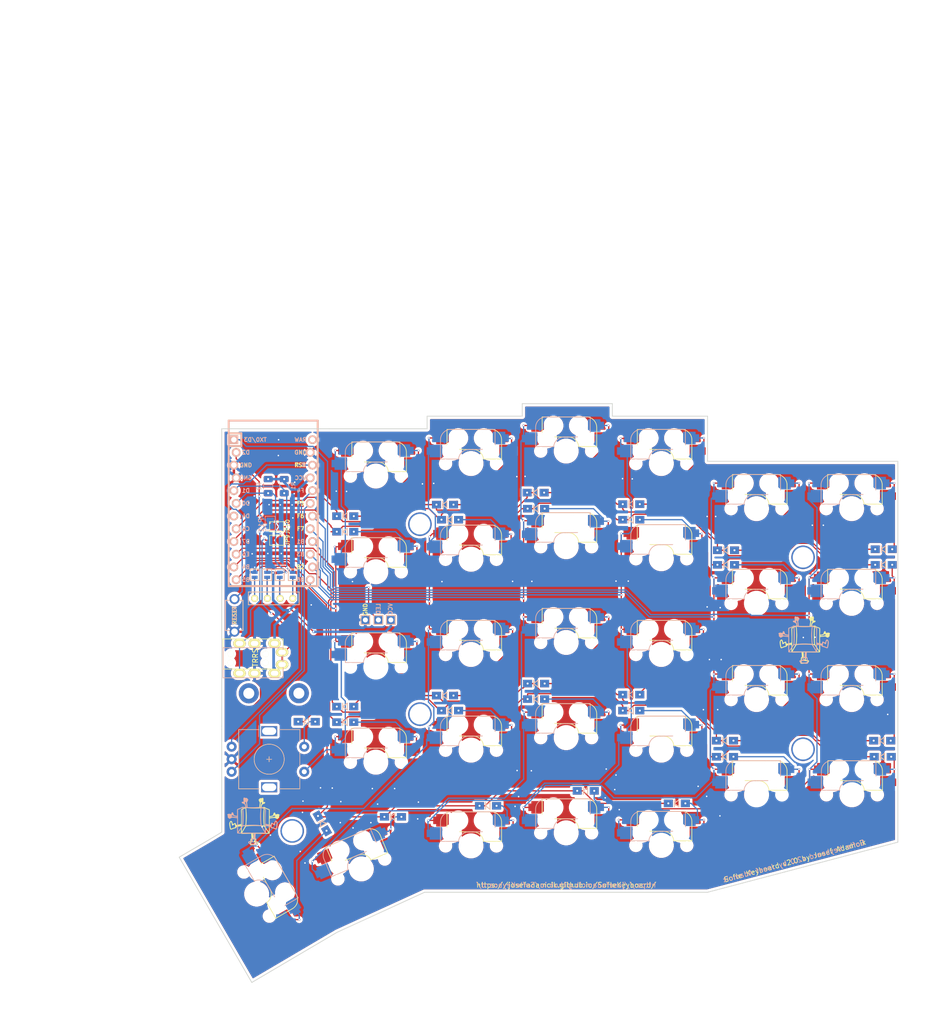
<source format=kicad_pcb>
(kicad_pcb (version 20211014) (generator pcbnew)
  (layers (0 "F.Cu" signal) (31 "B.Cu" signal) (34 "B.Paste" user) (35 "F.Paste" user) (36 "B.SilkS" user "B.Silkscreen") (37 "F.SilkS" user "F.Silkscreen") (38 "B.Mask" user) (39 "F.Mask" user) (44 "Edge.Cuts" user))
  (net 0 "")
  (net 1 "Net-(D1-Pad2)")
  (net 2 "row4")
  (net 3 "Net-(D2-Pad2)")
  (net 4 "Net-(D3-Pad2)")
  (net 5 "row0")
  (net 6 "Net-(D4-Pad2)")
  (net 7 "row1")
  (net 8 "Net-(D5-Pad2)")
  (net 9 "row2")
  (net 10 "Net-(D6-Pad2)")
  (net 11 "row3")
  (net 12 "Net-(D7-Pad2)")
  (net 13 "Net-(D8-Pad2)")
  (net 14 "Net-(D9-Pad2)")
  (net 15 "Net-(D10-Pad2)")
  (net 16 "Net-(D11-Pad2)")
  (net 17 "Net-(D12-Pad2)")
  (net 18 "Net-(D13-Pad2)")
  (net 19 "Net-(D14-Pad2)")
  (net 20 "Net-(D15-Pad2)")
  (net 21 "Net-(D16-Pad2)")
  (net 22 "Net-(D17-Pad2)")
  (net 23 "Net-(D18-Pad2)")
  (net 24 "Net-(D19-Pad2)")
  (net 25 "Net-(D20-Pad2)")
  (net 26 "Net-(D21-Pad2)")
  (net 27 "Net-(D22-Pad2)")
  (net 28 "Net-(D23-Pad2)")
  (net 29 "Net-(D24-Pad2)")
  (net 30 "Net-(D26-Pad2)")
  (net 31 "Net-(D27-Pad2)")
  (net 32 "Net-(D28-Pad2)")
  (net 33 "VCC")
  (net 34 "GND")
  (net 35 "col0")
  (net 36 "col1")
  (net 37 "col2")
  (net 38 "col3")
  (net 39 "col4")
  (net 40 "SDA")
  (net 41 "LED")
  (net 42 "SCL")
  (net 43 "RESET")
  (net 44 "Net-(D29-Pad2)")
  (net 45 "DATA")
  (net 46 "Net-(J3-Pad1)")
  (net 47 "Net-(J3-Pad2)")
  (net 48 "Net-(J3-Pad3)")
  (net 49 "Net-(J3-Pad4)")
  (net 50 "Net-(D30-Pad2)")
  (net 51 "SW25B")
  (net 52 "SW25A")
  (net 53 "ENCB")
  (net 54 "ENCA")
  (net 55 "/i2c_c")
  (net 56 "/i2c_d")
  (footprint "SofleKeyboard-footprint:HOLE_M2_TH" (layer "F.Cu") (at 129.3 59.6)
    (fp_text reference "TH3" hide)
    (fp_text value "HOLE" hide)
  )
  (footprint "SofleKeyboard-footprint:HOLE_M2_TH" (layer "F.Cu") (at 205.8 66.21)
    (fp_text reference "TH4" hide)
    (fp_text value "HOLE" hide)
  )
  (footprint "SofleKeyboard-footprint:HOLE_M2_TH" (layer "F.Cu") (at 205.8 104.51)
    (fp_text reference "TH6" hide)
    (fp_text value "HOLE" hide)
  )
  (footprint "SofleKeyboard-footprint:HOLE_M2_TH" (layer "F.Cu") (at 103.8 120.81 90)
    (fp_text reference "TH7" hide)
    (fp_text value "HOLE" hide)
  )
  (footprint "SofleKeyboard-footprint:ArduinoProMicro-ZigZag-DoubleSided" (layer "F.Cu") (at 100 56.71 -90)
    (fp_text reference "U1" hide)
    (fp_text value "ProMicro" hide)
  )
  (footprint "SofleKeyboard-footprint:Jumper" (layer "F.Cu") (at 103.9 69.7 90)
    (fp_text reference "JP1" hide)
    (fp_text value "Jumper_NO_Small" hide)
  )
  (footprint "SofleKeyboard-footprint:Jumper" (layer "F.Cu") (at 101.3 69.7 90)
    (fp_text reference "JP2" hide)
    (fp_text value "Jumper_NO_Small" hide)
  )
  (footprint "SofleKeyboard-footprint:Jumper" (layer "F.Cu") (at 98.8 69.7 90)
    (fp_text reference "JP3" hide)
    (fp_text value "Jumper_NO_Small" hide)
  )
  (footprint "SofleKeyboard-footprint:Diode_SOD123" (layer "F.Cu") (at 114.4 58)
    (fp_text reference "D1" hide)
    (fp_text value "D" hide)
  )
  (footprint "SofleKeyboard-footprint:Diode_SOD123" (layer "F.Cu") (at 134.3 55.7)
    (fp_text reference "D2" hide)
    (fp_text value "D" hide)
  )
  (footprint "SofleKeyboard-footprint:Diode_SOD123" (layer "F.Cu") (at 152.4 53.3)
    (fp_text reference "D3" hide)
    (fp_text value "D" hide)
  )
  (footprint "SofleKeyboard-footprint:Diode_SOD123" (layer "F.Cu") (at 171.5 55.6)
    (fp_text reference "D4" hide)
    (fp_text value "D" hide)
  )
  (footprint "SofleKeyboard-footprint:Diode_SOD123" (layer "F.Cu") (at 190.4 64.8)
    (fp_text reference "D5" hide)
    (fp_text value "D" hide)
  )
  (footprint "SofleKeyboard-footprint:Diode_SOD123" (layer "F.Cu") (at 221.9 64.6)
    (fp_text reference "D6" hide)
    (fp_text value "D" hide)
  )
  (footprint "SofleKeyboard-footprint:Diode_SOD123" (layer "F.Cu") (at 114.4 61.1)
    (fp_text reference "D7" hide)
    (fp_text value "D" hide)
  )
  (footprint "SofleKeyboard-footprint:Diode_SOD123" (layer "F.Cu") (at 135.3 58.7)
    (fp_text reference "D8" hide)
    (fp_text value "D" hide)
  )
  (footprint "SofleKeyboard-footprint:Diode_SOD123" (layer "F.Cu") (at 152.5 56.5)
    (fp_text reference "D9" hide)
    (fp_text value "D" hide)
  )
  (footprint "SofleKeyboard-footprint:Diode_SOD123" (layer "F.Cu") (at 171.5 58.7)
    (fp_text reference "D10" hide)
    (fp_text value "D" hide)
  )
  (footprint "SofleKeyboard-footprint:Diode_SOD123" (layer "F.Cu") (at 190.4 67.7)
    (fp_text reference "D11" hide)
    (fp_text value "D" hide)
  )
  (footprint "SofleKeyboard-footprint:Diode_SOD123" (layer "F.Cu") (at 221.9 67.7)
    (fp_text reference "D12" hide)
    (fp_text value "D" hide)
  )
  (footprint "SofleKeyboard-footprint:Diode_SOD123" (layer "F.Cu") (at 114.4 96)
    (fp_text reference "D13" hide)
    (fp_text value "D" hide)
  )
  (footprint "SofleKeyboard-footprint:Diode_SOD123" (layer "F.Cu") (at 134.3 93.8)
    (fp_text reference "D14" hide)
    (fp_text value "D" hide)
  )
  (footprint "SofleKeyboard-footprint:Diode_SOD123" (layer "F.Cu") (at 152.5 91.4)
    (fp_text reference "D15" hide)
    (fp_text value "D" hide)
  )
  (footprint "SofleKeyboard-footprint:Diode_SOD123" (layer "F.Cu") (at 171.5 93.6)
    (fp_text reference "D16" hide)
    (fp_text value "D" hide)
  )
  (footprint "SofleKeyboard-footprint:Diode_SOD123" (layer "F.Cu") (at 190.2 102.8)
    (fp_text reference "D17" hide)
    (fp_text value "D" hide)
  )
  (footprint "SofleKeyboard-footprint:Diode_SOD123" (layer "F.Cu") (at 221.6 102.8)
    (fp_text reference "D18" hide)
    (fp_text value "D" hide)
  )
  (footprint "SofleKeyboard-footprint:Diode_SOD123" (layer "F.Cu") (at 114.4 99.1)
    (fp_text reference "D19" hide)
    (fp_text value "D" hide)
  )
  (footprint "SofleKeyboard-footprint:Diode_SOD123" (layer "F.Cu") (at 135.3 96.8)
    (fp_text reference "D20" hide)
    (fp_text value "D" hide)
  )
  (footprint "SofleKeyboard-footprint:Diode_SOD123" (layer "F.Cu") (at 152.5 94.5)
    (fp_text reference "D21" hide)
    (fp_text value "D" hide)
  )
  (footprint "SofleKeyboard-footprint:Diode_SOD123" (layer "F.Cu") (at 171.5 96.8)
    (fp_text reference "D22" hide)
    (fp_text value "D" hide)
  )
  (footprint "SofleKeyboard-footprint:Diode_SOD123" (layer "F.Cu") (at 190.2 106)
    (fp_text reference "D23" hide)
    (fp_text value "D" hide)
  )
  (footprint "SofleKeyboard-footprint:Diode_SOD123" (layer "F.Cu") (at 221.7 106)
    (fp_text reference "D24" hide)
    (fp_text value "D" hide)
  )
  (footprint "SofleKeyboard-footprint:Diode_SOD123" (layer "F.Cu") (at 106.7 99.01)
    (fp_text reference "D25" hide)
    (fp_text value "D" hide)
  )
  (footprint "SofleKeyboard-footprint:Diode_SOD123" (layer "F.Cu") (at 109.8 119.3 -60)
    (fp_text reference "D26" hide)
    (fp_text value "D" hide)
  )
  (footprint "SofleKeyboard-footprint:Diode_SOD123" (layer "F.Cu") (at 123.9 118)
    (fp_text reference "D27" hide)
    (fp_text value "D" hide)
  )
  (footprint "SofleKeyboard-footprint:Diode_SOD123" (layer "F.Cu") (at 142.9 115.8)
    (fp_text reference "D28" hide)
    (fp_text value "D" hide)
  )
  (footprint "SofleKeyboard-footprint:Diode_SOD123" (layer "F.Cu") (at 162.4 112.81)
    (fp_text reference "D29" hide)
    (fp_text value "D" hide)
  )
  (footprint "SofleKeyboard-footprint:CherryMX_Hotswap" (layer "F.Cu") (at 120.5 50)
    (fp_text reference "SW1" hide)
    (fp_text value "SW_PUSH" hide)
  )
  (footprint "SofleKeyboard-footprint:CherryMX_Hotswap" (layer "F.Cu") (at 120.5 69.1)
    (fp_text reference "SW7" hide)
    (fp_text value "SW_PUSH" hide)
  )
  (footprint "SofleKeyboard-footprint:CherryMX_Hotswap" (layer "F.Cu") (at 120.5 88.1)
    (fp_text reference "SW13" hide)
    (fp_text value "SW_PUSH" hide)
  )
  (footprint "SofleKeyboard-footprint:CherryMX_Hotswap" (layer "F.Cu") (at 120.5 107.1)
    (fp_text reference "SW19" hide)
    (fp_text value "SW_PUSH" hide)
  )
  (footprint "SofleKeyboard-footprint:CherryMX_Hotswap_1.5" (layer "F.Cu") (at 96.7 133.41 -60)
    (fp_text reference "SW26" hide)
    (fp_text value "SW_PUSH" hide)
  )
  (footprint "SofleKeyboard-footprint:CherryMX_Hotswap" (layer "F.Cu") (at 117.6 128.4 23)
    (fp_text reference "SW27" hide)
    (fp_text value "SW_PUSH" hide)
  )
  (footprint "SofleKeyboard-footprint:CherryMX_Hotswap" (layer "F.Cu") (at 139.5 123.8)
    (fp_text reference "SW28" hide)
    (fp_text value "SW_PUSH" hide)
  )
  (footprint "SofleKeyboard-footprint:CherryMX_Hotswap" (layer "F.Cu") (at 158.5 121.2)
    (fp_text reference "SW29" hide)
    (fp_text value "SW_PUSH" hide)
  )
  (footprint "SofleKeyboard-footprint:M2_HOLE_PCB" (layer "F.Cu") (at 95.13 93.352)
    (fp_text reference "TH1" hide)
    (fp_text value "HOLE")
  )
  (footprint "SofleKeyboard-footprint:Jumper" (layer "F.Cu") (at 96.3 69.7 90)
    (fp_text reference "JP4" hide)
    (fp_text value "Jumper_NO_Small" hide)
  )
  (footprint "SofleKeyboard-footprint:LED" (layer "F.Cu") (at 123.5 78.71 -90)
    (fp_text reference "J1" hide)
    (fp_text value "LED" hide)
  )
  (footprint "SofleKeyboard-footprint:OLED_4Pin" (layer "F.Cu") (at 96.3 74.41)
    (fp_text reference "J3" hide)
    (fp_text value "OLED" hide)
  )
  (footprint "SofleKeyboard-footprint:Diode_SOD123" (layer "F.Cu") (at 180.6 115.31)
    (fp_text reference "D30" hide)
    (fp_text value "D" hide)
  )
  (footprint "SofleKeyboard-footprint:M2_HOLE_PCB" (layer "F.Cu") (at 105.13 93.336)
    (fp_text reference "TH2" hide)
    (fp_text value "HOLE")
  )
  (footprint "SofleKeyboard-footprint:CherryMX_Hotswap" (layer "F.Cu") (at 139.5 85.6)
    (fp_text reference "SW14" hide)
    (fp_text value "SW_PUSH" hide)
  )
  (footprint "SofleKeyboard-footprint:CherryMX_Hotswap" (layer "F.Cu") (at 139.5 104.7)
    (fp_text reference "SW20" hide)
    (fp_text value "SW_PUSH" hide)
  )
  (footprint "SofleKeyboard-footprint:CherryMX_Hotswap" (layer "F.Cu") (at 139.5 66.6)
    (fp_text reference "SW8" hide)
    (fp_text value "SW_PUSH" hide)
  )
  (footprint "SofleKeyboard-footprint:CherryMX_Hotswap" (layer "F.Cu") (at 139.5 47.5)
    (fp_text reference "SW2" hide)
    (fp_text value "SW_PUSH" hide)
  )
  (footprint "SofleKeyboard-footprint:CherryMX_Hotswap" (layer "F.Cu") (at 158.5 83.2)
    (fp_text reference "SW15" hide)
    (fp_text value "SW_PUSH" hide)
  )
  (footprint "SofleKeyboard-footprint:CherryMX_Hotswap" (layer "F.Cu") (at 158.5 45.01)
    (fp_text reference "SW3" hide)
    (fp_text value "SW_PUSH" hide)
  )
  (footprint "SofleKeyboard-footprint:CherryMX_Hotswap" (layer "F.Cu") (at 158.5 64.1)
    (fp_text reference "SW9" hide)
    (fp_text value "SW_PUSH" hide)
  )
  (footprint "SofleKeyboard-footprint:CherryMX_Hotswap" (layer "F.Cu") (at 158.5 102.2)
    (fp_text reference "SW21" hide)
    (fp_text value "SW_PUSH" hide)
  )
  (footprint "SofleKeyboard-footprint:CherryMX_Hotswap" (layer "F.Cu") (at 177.5 104.7)
    (fp_text reference "SW22" hide)
    (fp_text value "SW_PUSH" hide)
  )
  (footprint "SofleKeyboard-footprint:CherryMX_Hotswap" (layer "F.Cu") (at 177.5 66.5)
    (fp_text reference "SW10" hide)
    (fp_text value "SW_PUSH" hide)
  )
  (footprint "SofleKeyboard-footprint:CherryMX_Hotswap" (layer "F.Cu") (at 177.5 123.7)
    (fp_text reference "SW30" hide)
    (fp_text value "SW_PUSH" hide)
  )
  (footprint "SofleKeyboard-footprint:CherryMX_Hotswap" (layer "F.Cu") (at 177.5 85.6)
    (fp_text reference "SW16" hide)
    (fp_text value "SW_PUSH" hide)
  )
  (footprint "SofleKeyboard-footprint:CherryMX_Hotswap" (layer "F.Cu") (at 177.5 47.5)
    (fp_text reference "SW4" hide)
    (fp_text value "SW_PUSH" hide)
  )
  (footprint "SofleKeyboard-footprint:CherryMX_Hotswap" (layer "F.Cu") (at 196.5 56.5)
    (fp_text reference "SW5" hide)
    (fp_text value "SW_PUSH" hide)
  )
  (footprint "SofleKeyboard-footprint:CherryMX_Hotswap" (layer "F.Cu") (at 196.5 113.6)
    (fp_text reference "SW23" hide)
    (fp_text value "SW_PUSH" hide)
  )
  (footprint "SofleKeyboard-footprint:CherryMX_Hotswap" (layer "F.Cu") (at 215.5 94.6)
    (fp_text reference "SW18" hide)
    (fp_text value "SW_PUSH" hide)
  )
  (footprint "SofleKeyboard-footprint:CherryMX_Hotswap" (layer "F.Cu") (at 215.55 113.6)
    (fp_text reference "SW24" hide)
    (fp_text value "SW_PUSH" hide)
  )
  (footprint "SofleKeyboard-footprint:CherryMX_Hotswap" (layer "F.Cu") (at 215.5 56.5)
    (fp_text reference "SW6" hide)
    (fp_text value "SW_PUSH" hide)
  )
  (footprint "SofleKeyboard-footprint:CherryMX_Hotswap" (layer "F.Cu") (at 215.5 75.4)
    (fp_text reference "SW12" hide)
    (fp_text value "SW_PUSH" hide)
  )
  (footprint "SofleKeyboard-footprint:CherryMX_Hotswap" (layer "F.Cu") (at 196.5 94.6)
    (fp_text reference "SW17" hide)
    (fp_text value "SW_PUSH" hide)
  )
  (footprint "SofleKeyboard-footprint:CherryMX_Hotswap" (layer "F.Cu") (at 196.5 75.4)
    (fp_text reference "SW11" hide)
    (fp_text value "SW_PUSH" hide)
  )
  (footprint "SofleKeyboard-footprint:HOLE_M2_TH" (layer "F.Cu") (at 129.3 97.51)
    (fp_text reference "TH5" hide)
    (fp_text value "HOLE" hide)
  )
  (footprint "SofleKeyboard-footprint:RotaryEncoder_Alps_EC11E-Switch_Vertical_H20mm-keebio_modified" (layer "F.Cu") (at 99.2 106.5)
    (fp_text reference "SW25" hide)
    (fp_text value "Rotary_Encoder_Switch")
  )
  (footprint "SofleKeyboard-footprint:MJ-4PP-9" (layer "F.Cu") (at 89.98 85.502 90)
    (fp_text reference "J2")
    (fp_text value "4PIN" hide)
  )
  (footprint "Jumper:SolderJumper-2_P1.3mm_Open_TrianglePad1.0x1.5mm" (layer "F.Cu") (at 100.7 62.81 180)
    (fp_text reference "JP9")
    (fp_text value "I2CSCL")
  )
  (footprint "Jumper:SolderJumper-2_P1.3mm_Open_TrianglePad1.0x1.5mm" (layer "F.Cu") (at 100.675 60.11)
    (fp_text reference "JP10")
    (fp_text value "IC2SDA")
  )
  (footprint "SofleKeyboard-footprint:TACT_SWITCH_TVBP06" (layer "F.Cu") (at 92.28 77.802 90)
    (fp_text reference "RSW1" hide)
    (fp_text value "SW_RST" hide)
  )
  (footprint "SofleKeyboard-footprint:SofleLogoSmall" (layer "F.Cu") (at 96.88 125.952)
    (fp_text reference "Ref**" hide)
    (fp_text value "Val**" hide)
  )
  (footprint "SofleKeyboard-footprint:SofleLogoSmall" (layer "F.Cu") (at 206.78 89.752)
    (fp_text reference "Ref**" hide)
    (fp_text value "Val**" hide)
  )
  (footprint "SofleKeyboard-footprint:R_1206_DoubleSided" (layer "B.Cu") (at 102.2 52.01 -90)
    (fp_text reference "R1")
    (fp_text value "R")
  )
  (footprint "SofleKeyboard-footprint:R_1206_DoubleSided" (layer "B.Cu") (at 99 52.01 -90)
    (fp_text reference "R2")
    (fp_text value "R")
  )
  (footprint "SofleKeyboard-footprint:Jumper" (layer "B.Cu") (at 101.3 69.7 90)
    (fp_text reference "JP6" hide)
    (fp_text value "Jumper_NO_Small" hide)
  )
  (footprint "SofleKeyboard-footprint:Jumper" (layer "B.Cu") (at 98.8 69.7 90)
    (fp_text reference "JP7" hide)
    (fp_text value "Jumper_NO_Small" hide)
  )
  (footprint "SofleKeyboard-footprint:Jumper" (layer "B.Cu") (at 96.3 69.7 90)
    (fp_text reference "JP8" hide)
    (fp_text value "Jumper_NO_Small" hide)
  )
  (footprint "SofleKeyboard-footprint:Jumper" (layer "B.Cu") (at 103.9 69.7 90)
    (fp_text reference "JP5" hide)
    (fp_text value "Jumper_NO_Small" hide)
  )
  (footprint "Jumper:SolderJumper-2_P1.3mm_Bridged2Bar_Pad1.0x1.5mm" (layer "B.Cu") (at 99.4 59.41 -90)
    (fp_text reference "JP11")
    (fp_text value "Serial")
  )
  (footprint "SofleKeyboard-footprint:SofleLogoSmall" (layer "B.Cu") (at 95.23 125.902 180)
    (fp_text reference "Ref**" hide)
    (fp_text value "Val**" hide)
  )
  (footprint "SofleKeyboard-footprint:SofleLogoSmall" (layer "B.Cu") (at 205.28 89.752 180)
    (fp_text reference "Ref**" hide)
    (fp_text value "Val**" hide)
  )
  (gr_line (start 111.23 40.552) (end 89.73 40.552) (layer "Edge.Cuts") (width 0.15))
  (gr_line (start 89.73 100.552) (end 89.73 121.052) (layer "Edge.Cuts") (width 0.15))
  (gr_line (start 224.73 47.052) (end 186.73 47.052) (layer "Edge.Cuts") (width 0.15))
  (gr_line (start 95.73 151.052) (end 112.73 141.052) (layer "Edge.Cuts") (width 0.15))
  (gr_line (start 89.73 99.94) (end 89.73 100.552) (layer "Edge.Cuts") (width 0.15))
  (gr_line (start 149.73 38.052) (end 130.73 38.052) (layer "Edge.Cuts") (width 0.15))
  (gr_line (start 186.73 38.052) (end 167.73 38.052) (layer "Edge.Cuts") (width 0.15))
  (gr_line (start 130.23 133.052) (end 186.73 133.052) (layer "Edge.Cuts") (width 0.15))
  (gr_line (start 130.73 40.552) (end 111.23 40.552) (layer "Edge.Cuts") (width 0.15))
  (gr_line (start 167.73 38.052) (end 167.73 35.552) (layer "Edge.Cuts") (width 0.15))
  (gr_line (start 186.73 47.052) (end 186.73 38.052) (layer "Edge.Cuts") (width 0.15))
  (gr_line (start 130.73 38.052) (end 130.73 40.552) (layer "Edge.Cuts") (width 0.15))
  (gr_line (start 89.73 121.052) (end 87.23 122.552) (layer "Edge.Cuts") (width 0.15))
  (gr_line (start 149.73 35.552) (end 149.73 38.052) (layer "Edge.Cuts") (width 0.15))
  (gr_line (start 186.73 133.052) (end 224.73 123.052) (layer "Edge.Cuts") (width 0.15))
  (gr_line (start 87.23 122.552) (end 81.23 126.052) (layer "Edge.Cuts") (width 0.15))
  (gr_line (start 112.73 141.052) (end 130.23 133.052) (layer "Edge.Cuts") (width 0.15))
  (gr_line (start 224.73 123.052) (end 224.73 47.052) (layer "Edge.Cuts") (width 0.15))
  (gr_line (start 167.73 35.552) (end 149.73 35.552) (layer "Edge.Cuts") (width 0.15))
  (gr_line (start 89.73 40.552) (end 89.73 99.94) (layer "Edge.Cuts") (width 0.15))
  (gr_line (start 81.23 126.052) (end 95.73 151.052) (layer "Edge.Cuts") (width 0.15))
  (gr_text "Sofle Keyboard v2.0 by Josef Adamcik" (at 203.93 126.852 15) (layer "B.SilkS") (effects (font (size 1 1)) (justify mirror)))
  (gr_text "https://josefadamcik.github.io/SofleKeyboard/" (at 158.48 131.602) (layer "B.SilkS") (effects (font (size 1 1)) (justify mirror)))
  (gr_text "https://josefadamcik.github.io/SofleKeyboard/" (at 158.53 131.602) (layer "F.SilkS") (effects (font (size 1 1))))
  (gr_text "Sofle Keyboard v2.0 by Josef Adamcik" (at 204.18 126.802 15) (layer "F.SilkS") (effects (font (size 1 1))))
  (segment (start 129 48.319002) (end 129 48.25) (width 0.25) (layer "F.Cu") (net 1))
  (segment (start 129 47.5) (end 129 44.91) (width 0.25) (layer "F.Cu") (net 1))
  (segment (start 116.1 58) (end 119.319002 58) (width 0.25) (layer "F.Cu") (net 1))
  (segment (start 119.319002 58) (end 129 48.319002) (width 0.25) (layer "F.Cu") (net 1))
  (segment (start 129 48.25) (end 129 47.5) (width 0.25) (layer "F.Cu") (net 1))
  (via (at 129 44.91) (size 0.4) (drill 0.3) (layers "F.Cu" "B.Cu") (net 1))
  (segment (start 127.7 44.9) (end 128.99 44.9) (width 0.25) (layer "B.Cu") (net 1))
  (segment (start 128.99 44.9) (end 129 44.91) (width 0.25) (layer "B.Cu") (net 1))
  (segment (start 110.7 94.46) (end 110.7 94.01) (width 0.25) (layer "F.Cu") (net 2))
  (segment (start 141.35 115.8) (end 141.2 115.8) (width 0.25) (layer "F.Cu") (net 2))
  (segment (start 110.825001 88.9) (end 110.825001 88.825001) (width 0.25) (layer "F.Cu") (net 2))
  (segment (start 108.95 117.827757) (end 110.825001 115.952756) (width 0.25) (layer "F.Cu") (net 2))
  (segment (start 106.190099 69.976915) (end 106.190099 71.256625) (width 0.25) (layer "F.Cu") (net 2))
  (segment (start 122.35 118) (end 122.2 118) (width 0.25) (layer "F.Cu") (net 2))
  (segment (start 109.122243 118) (end 108.95 117.827757) (width 0.25) (layer "F.Cu") (net 2))
  (segment (start 110.6 88.674999) (end 110.825001 88.9) (width 0.25) (layer "F.Cu") (net 2))
  (segment (start 164.35 115.31) (end 178.9 115.31) (width 0.25) (layer "F.Cu") (net 2))
  (segment (start 110.7 96.86) (end 110.7 94.01) (width 0.25) (layer "F.Cu") (net 2))
  (segment (start 110.7 94.01) (end 110.825001 88.9) (width 0.25) (layer "F.Cu") (net 2))
  (segment (start 110.6 75.572) (end 110.6 75.932) (width 0.25) (layer "F.Cu") (net 2))
  (segment (start 122.2 118) (end 109.122243 118) (width 0.25) (layer "F.Cu") (net 2))
  (segment (start 145.34 112.81) (end 160.7 112.81) (width 0.25) (layer "F.Cu") (net 2))
  (segment (start 110.6 75.666526) (end 110.6 75.932) (width 0.25) (layer "F.Cu") (net 2))
  (segment (start 92.6086 70.68) (end 96.438566 66.850034) (width 0.25) (layer "F.Cu") (net 2))
  (segment (start 108.3 96.86) (end 110.7 96.86) (width 0.25) (layer "F.Cu") (net 2))
  (segment (start 106.190099 71.256625) (end 110.6 75.666526) (width 0.25) (layer "F.Cu") (net 2))
  (segment (start 105 99.01) (end 106.15 99.01) (width 0.25) (layer "F.Cu") (net 2))
  (segment (start 110.6 75.932) (end 110.6 88.674999) (width 0.25) (layer "F.Cu") (net 2))
  (segment (start 110.825001 115.952756) (end 110.7 96.86) (width 0.25) (layer "F.Cu") (net 2))
  (segment (start 141.2 115.8) (end 124.55 115.8) (width 0.25) (layer "F.Cu") (net 2))
  (segment (start 103.063218 66.850034) (end 106.190099 69.976915) (width 0.25) (layer "F.Cu") (net 2))
  (segment (start 124.55 115.8) (end 122.35 118) (width 0.25) (layer "F.Cu") (net 2))
  (segment (start 160.7 112.81) (end 161.85 112.81) (width 0.25) (layer "F.Cu") (net 2))
  (segment (start 106.15 99.01) (end 108.3 96.86) (width 0.25) (layer "F.Cu") (net 2))
  (segment (start 96.438566 66.850034) (end 103.063218 66.850034) (width 0.25) (layer "F.Cu") (net 2))
  (segment (start 161.85 112.81) (end 164.35 115.31) (width 0.25) (layer "F.Cu") (net 2))
  (segment (start 141.2 115.8) (end 142.35 115.8) (width 0.25) (layer "F.Cu") (net 2))
  (segment (start 142.35 115.8) (end 145.34 112.81) (width 0.25) (layer "F.Cu") (net 2))
  (segment (start 136 55.7) (end 138.119002 55.7) (width 0.25) (layer "F.Cu") (net 3))
  (segment (start 146.44 45.1) (end 146.4 45.06) (width 0.25) (layer "F.Cu") (net 3))
  (segment (start 148 45.819002) (end 148 45.75) (width 0.25) (layer "F.Cu") (net 3))
  (segment (start 147.6 43.86) (end 146.4 45.06) (width 0.25) (layer "F.Cu") (net 3))
  (segment (start 148 45.75) (end 148 45) (width 0.25) (layer "F.Cu") (net 3))
  (segment (start 136.7 55) (end 136 55.7) (width 0.25) (layer "F.Cu") (net 3))
  (segment (start 138.119002 55.7) (end 148 45.819002) (width 0.25) (layer "F.Cu") (net 3))
  (segment (start 148 45.1) (end 146.44 45.1) (width 0.25) (layer "F.Cu") (net 3))
  (segment (start 147.6 42.5) (end 147.6 43.86) (width 0.25) (layer "F.Cu") (net 3))
  (via (at 147.6 42.5) (size 0.4) (drill 0.3) (layers "F.Cu" "B.Cu") (net 3))
  (segment (start 146.7 42.5) (end 147.6 42.5) (width 0.25) (layer "B.Cu") (net 3))
  (segment (start 145.1 42.52) (end 146.68 42.52) (width 0.25) (layer "B.Cu") (net 3))
  (segment (start 146.68 42.52) (end 146.7 42.5) (width 0.25) (layer "B.Cu") (net 3))
  (segment (start 167 40.01) (end 166.9 39.91) (width 0.25) (layer "F.Cu") (net 4))
  (segment (start 167 42.51) (end 167 40.01) (width 0.25) (layer "F.Cu") (net 4))
  (segment (start 154.1 53.3) (end 157.029002 53.3) (width 0.25) (layer "F.Cu") (net 4))
  (segment (start 157.029002 53.3) (end 167 43.329002) (width 0.25) (layer "F.Cu") (net 4))
  (segment (start 167 43.26) (end 167 42.51) (width 0.25) (layer "F.Cu") (net 4))
  (segment (start 167 43.329002) (end 167 43.26) (width 0.25) (layer "F.Cu") (net 4))
  (via (at 166.9 39.91) (size 0.4) (drill 0.3) (layers "F.Cu" "B.Cu") (net 4))
  (segment (start 165.7 39.91) (end 166.9 39.91) (width 0.25) (layer "B.Cu") (net 4))
  (segment (start 168.65 55.6) (end 169.8 55.6) (width 0.25) (layer "F.Cu") (net 5))
  (segment (start 150.85 53.3) (end 150.7 53.3) (width 0.25) (layer "F.Cu") (net 5))
  (segment (start 132.75 55.7) (end 132.6 55.7) (width 0.25) (layer "F.Cu") (net 5))
  (segment (start 150.7 54.3) (end 150.7 53.3) (width 0.25) (layer "F.Cu") (net 5))
  (segment (start 209.02641 64.6) (end 220.2 64.6) (width 0.25) (layer "F.Cu") (net 5))
  (segment (start 207.4114 62.98499) (end 209.02641 64.6) (width 0.25) (layer "F.Cu") (net 5))
  (segment (start 190.925001 65.875001) (end 201.391587 65.875001) (width 0.25) (layer "F.Cu") (net 5))
  (segment (start 92.6086 60.52) (end 98.265225 54.863375) (width 0.25) (layer "F.Cu") (net 5))
  (segment (start 182.688402 57.17499) (end 188.7 63.186588) (width 0.25) (layer "F.Cu") (net 5))
  (segment (start 188.7 63.186588) (end 188.7 64.8) (width 0.25) (layer "F.Cu") (net 5))
  (segment (start 123.401002 55.7) (end 120.026001 59.075001) (width 0.25) (layer "F.Cu") (net 5))
  (segment (start 112.7 57) (end 112.7 58) (width 0.25) (layer "F.Cu") (net 5))
  (segment (start 98.265225 54.863375) (end 106.190099 54.863375) (width 0.25) (layer "F.Cu") (net 5))
  (segment (start 150.7 53.3) (end 151.85 53.3) (width 0.25) (layer "F.Cu") (net 5))
  (segment (start 109.938699 54.238699) (end 112.7 57) (width 0.25) (layer "F.Cu") (net 5))
  (segment (start 170.37499 57.17499) (end 182.688402 57.17499) (width 0.25) (layer "F.Cu") (net 5))
  (segment (start 132.6 56.7) (end 132.675001 56.775001) (width 0.25) (layer "F.Cu") (net 5))
  (segment (start 113.925001 59.075001) (end 112.85 58) (width 0.25) (layer "F.Cu") (net 5))
  (segment (start 189.85 64.8) (end 190.925001 65.875001) (width 0.25) (layer "F.Cu") (net 5))
  (segment (start 106.814775 54.238699) (end 109.938699 54.238699) (width 0.25) (layer "F.Cu") (net 5))
  (segment (start 151.85 53.3) (end 153.524989 54.974989) (width 0.25) (layer "F.Cu") (net 5))
  (segment (start 112.85 58) (end 112.7 58) (width 0.25) (layer "F.Cu") (net 5))
  (segment (start 132.675001 56.775001) (end 148.224999 56.775001) (width 0.25) (layer "F.Cu") (net 5))
  (segment (start 188.9 64.8) (end 188.7 64.8) (width 0.25) (layer "F.Cu") (net 5))
  (segment (start 170 55.6) (end 169.8 55.6) (width 0.25) (layer "F.Cu") (net 5))
  (segment (start 201.391587 65.875001) (end 204.281599 62.984989) (width 0.25) (layer "F.Cu") (net 5))
  (segment (start 169.8 56.6) (end 170.37499 57.17499) (width 0.25) (layer "F.Cu") (net 5))
  (segment (start 106.190099 54.863375) (end 106.814775 54.238699) (width 0.25) (layer "F.Cu") (net 5))
  (segment (start 188.7 64.8) (end 189.85 64.8) (width 0.25) (layer "F.Cu") (net 5))
  (segment (start 169.8 55.6) (end 169.8 56.6) (width 0.25) (layer "F.Cu") (net 5))
  (segment (start 153.524989 54.974989) (end 168.024989 54.974989) (width 0.25) (layer "F.Cu") (net 5))
  (segment (start 148.224999 56.775001) (end 150.7 54.3) (width 0.25) (layer "F.Cu") (net 5))
  (segment (start 132.6 55.7) (end 123.401002 55.7) (width 0.25) (layer "F.Cu") (net 5))
  (segment (start 132.6 55.7) (end 132.6 56.7) (width 0.25) (layer "F.Cu") (net 5))
  (segment (start 168.024989 54.974989) (end 168.65 55.6) (width 0.25) (layer "F.Cu") (net 5))
  (segment (start 120.026001 59.075001) (end 113.925001 59.075001) (width 0.25) (layer "F.Cu") (net 5))
  (segment (start 204.281599 62.984989) (end 207.4114 62.98499) (width 0.25) (layer "F.Cu") (net 5))
  (segment (start 186 42.41) (end 186 45) (width 0.25) (layer "F.Cu") (net 6))
  (segment (start 176.219002 55.6) (end 186 45.819002) (width 0.25) (layer "F.Cu") (net 6))
  (segment (start 186 45.75) (end 186 45) (width 0.25) (layer "F.Cu") (net 6))
  (segment (start 186 45.819002) (end 186 45.75) (width 0.25) (layer "F.Cu") (net 6))
  (segment (start 173.2 55.6) (end 176.219002 55.6) (width 0.25) (layer "F.Cu") (net 6))
  (via (at 186 42.41) (size 0.4) (drill 0.3) (layers "F.Cu" "B.Cu") (net 6))
  (segment (start 185.99 42.4) (end 186 42.41) (width 0.25) (layer "B.Cu") (net 6))
  (segment (start 184.7 42.4) (end 185.99 42.4) (width 0.25) (layer "B.Cu") (net 6))
  (segment (start 111.55 60.1) (end 112.55 61.1) (width 0.25) (layer "F.Cu") (net 7))
  (segment (start 201.392998 66.51) (end 204.467999 63.434999) (width 0.25) (layer "F.Cu") (net 7))
  (segment (start 170 58.7) (end 169.8 58.7) (width 0.25) (layer "F.Cu") (net 7))
  (segment (start 112.85 61.1) (end 112.7 61.1) (width 0.25) (layer "F.Cu") (net 7))
  (segment (start 131.1 56.5) (end 123.237412 56.5) (width 0.25) (layer "F.Cu") (net 7))
  (segment (start 149.65 56.5) (end 150.8 56.5) (width 0.25) (layer "F.Cu") (net 7))
  (segment (start 111.55 61.1) (end 112.7 61.1) (width 0.25) (layer "F.Cu") (net 7))
  (segment (start 111.55 59.95) (end 111.55 60.1) (width 0.25) (layer "F.Cu") (net 7))
  (segment (start 169.8 58.7) (end 170.95 58.7) (width 0.25) (layer "F.Cu") (net 7))
  (segment (start 172.025001 57.624999) (end 182.502001 57.624999) (width 0.25) (layer "F.Cu") (net 7))
  (segment (start 108.378699 56.778699) (end 111.55 59.95) (width 0.25) (layer "F.Cu") (net 7))
  (segment (start 113.925001 60.024999) (end 112.85 61.1) (width 0.25) (layer "F.Cu") (net 7))
  (segment (start 92.1514 62.755126) (end 98.127827 56.778699) (width 0.25) (layer "F.Cu") (net 7))
  (segment (start 133.75 58.7) (end 133.6 58.7) (width 0.25) (layer "F.Cu") (net 7))
  (segment (start 150.95 56.5) (end 150.8 56.5) (width 0.25) (layer "F.Cu") (net 7))
  (segment (start 189.85 67.7) (end 191.04 66.51) (width 0.25) (layer "F.Cu") (net 7))
  (segment (start 207.224999 63.434999) (end 211.49 67.7) (width 0.25) (layer "F.Cu") (net 7))
  (segment (start 150.8 56.5) (end 151.95 56.5) (width 0.25) (layer "F.Cu") (net 7))
  (segment (start 187.474999 62.597997) (end 187.474999 67.624999) (width 0.25) (layer "F.Cu") (net 7))
  (segment (start 148.924989 57.225011) (end 149.65 56.5) (width 0.25) (layer "F.Cu") (net 7))
  (segment (start 112.55 61.1) (end 112.7 61.1) (width 0.25) (layer "F.Cu") (net 7))
  (segment (start 92.1514 63.06) (end 92.1514 62.755126) (width 0.25) (layer "F.Cu") (net 7))
  (segment (start 98.127827 56.778699) (end 108.378699 56.778699) (width 0.25) (layer "F.Cu") (net 7))
  (segment (start 187.474999 67.624999) (end 187.55 67.7) (width 0.25) (layer "F.Cu") (net 7))
  (segment (start 133.6 57.7) (end 134.074989 57.225011) (width 0.25) (layer "F.Cu") (net 7))
  (segment (start 133.6 58.7) (end 133.3 58.7) (width 0.25) (layer "F.Cu") (net 7))
  (segment (start 133.3 58.7) (end 131.1 56.5) (width 0.25) (layer "F.Cu") (net 7))
  (segment (start 168.65 58.7) (end 169.8 58.7) (width 0.25) (layer "F.Cu") (net 7))
  (segment (start 187.55 67.7) (end 188.7 67.7) (width 0.25) (layer "F.Cu") (net 7))
  (segment (start 150.8 56.5) (end 150.6 56.7) (width 0.25) (layer "F.Cu") (net 7))
  (segment (start 133.6 58.7) (end 133.6 57.7) (width 0.25) (layer "F.Cu") (net 7))
  (segment (start 182.502001 57.624999) (end 187.474999 62.597997) (width 0.25) (layer "F.Cu") (net 7))
  (segment (start 153.025001 55.424999) (end 165.374999 55.424999) (width 0.25) (layer "F.Cu") (net 7))
  (segment (start 211.49 67.7) (end 220.2 67.7) (width 0.25) (layer "F.Cu") (net 7))
  (segment (start 134.074989 57.225011) (end 148.924989 57.225011) (width 0.25) (layer "F.Cu") (net 7))
  (segment (start 191.04 66.51) (end 201.392998 66.51) (width 0.25) (layer "F.Cu") (net 7))
  (segment (start 123.237412 56.5) (end 119.712413 60.024999) (width 0.25) (layer "F.Cu") (net 7))
  (segment (start 170.95 58.7) (end 172.025001 57.624999) (width 0.25) (layer "F.Cu") (net 7))
  (segment (start 165.374999 55.424999) (end 168.65 58.7) (width 0.25) (layer "F.Cu") (net 7))
  (segment (start 151.95 56.5) (end 153.025001 55.424999) (width 0.25) (layer "F.Cu") (net 7))
  (segment (start 188.7 67.7) (end 189.85 67.7) (width 0.25) (layer "F.Cu") (net 7))
  (segment (start 119.712413 60.024999) (end 113.925001 60.024999) (width 0.25) (layer "F.Cu") (net 7))
  (segment (start 204.467999 63.434999) (end 207.224999 63.434999) (width 0.25) (layer "F.Cu") (net 7))
  (segment (start 205 54) (end 205 51.41) (width 0.25) (layer "F.Cu") (net 8))
  (segment (start 205 54.75) (end 205 54) (width 0.25) (layer "F.Cu") (net 8))
  (segment (start 205 54.819002) (end 205 54.75) (width 0.25) (layer "F.Cu") (net 8))
  (segment (start 192.1 64.8) (end 195.019002 64.8) (width 0.25) (layer "F.Cu") (net 8))
  (segment (start 195.019002 64.8) (end 205 54.819002) (width 0.25) (layer "F.Cu") (net 8))
  (via (at 205 51.41) (size 0.4) (drill 0.3) (layers "F.Cu" "B.Cu") (net 8))
  (segment (start 205 51.41) (end 203.71 51.41) (width 0.25) (layer "B.Cu") (net 8))
  (segment (start 203.71 51.41) (end 203.7 51.4) (width 0.25) (layer "B.Cu") (net 8))
  (segment (start 107.968025 64.398699) (end 93.833301 64.398699) (width 0.25) (layer "F.Cu") (net 9))
  (segment (start 190.725001 103.875001) (end 201.691587 103.875001) (width 0.25) (layer "F.Cu") (net 9))
  (segment (start 168.65 93.6) (end 169.8 93.6) (width 0.25) (layer "F.Cu") (net 9))
  (segment (start 149.65 92.3) (end 149.9 92.3) (width 0.25) (layer "F.Cu") (net 9))
  (segment (start 111.500021 86.900021) (end 111.500021 75.090977) (width 0.25) (layer "F.Cu") (net 9))
  (segment (start 150.95 91.4) (end 150.8 91.4) (width 0.25) (layer "F.Cu") (net 9))
  (segment (start 150.8 91.4) (end 151.95 91.4) (width 0.25) (layer "F.Cu") (net 9))
  (segment (start 112.00002 72.61) (end 112.00002 68.42202) (width 0.25) (layer "F.Cu") (net 9))
  (segment (start 111.500021 75.090977) (end 112.000022 74.590976) (width 0.25) (layer "F.Cu") (net 9))
  (segment (start 108.03 64.452) (end 108.021326 64.452) (width 0.25) (layer "F.Cu") (net 9))
  (segment (start 93.833301 64.398699) (end 93.68 64.552) (width 0.25) (layer "F.Cu") (net 9))
  (segment (start 188.5 102.8) (end 189.65 102.8) (width 0.25) (layer "F.Cu") (net 9))
  (segment (start 170.474989 95.274989) (end 182.588402 95.27499) (width 0.25) (layer "F.Cu") (net 9))
  (segment (start 204.281599 101.284989) (end 207.4114 101.28499) (width 0.25) (layer "F.Cu") (net 9))
  (segment (start 123.6 93.8) (end 120.3 97.1) (width 0.25) (layer "F.Cu") (net 9))
  (segment (start 133.85 94.9) (end 132.75 93.8) (width 0.25) (layer "F.Cu") (net 9))
  (segment (start 149.9 92.3) (end 150.8 91.4) (width 0.25) (layer "F.Cu") (net 9))
  (segment (start 108.021326 64.452) (end 107.968025 64.398699) (width 0.25) (layer "F.Cu") (net 9))
  (segment (start 151.95 91.4) (end 153.524989 92.974989) (width 0.25) (layer "F.Cu") (net 9))
  (segment (start 113.9 97.1) (end 112.8 96) (width 0.25) (layer "F.Cu") (net 9))
  (segment (start 208.92641 102.8) (end 219.9 102.8) (width 0.25) (layer "F.Cu") (net 9))
  (segment (start 120.3 97.1) (end 113.9 97.1) (width 0.25) (layer "F.Cu") (net 9))
  (segment (start 112.8 96) (end 112.7 96) (width 0.25) (layer "F.Cu") (net 9))
  (segment (start 207.4114 101.28499) (end 208.92641 102.8) (width 0.25) (layer "F.Cu") (net 9))
  (segment (start 132.6 93.8) (end 123.6 93.8) (width 0.25) (layer "F.Cu") (net 9))
  (segment (start 169.8 93.6) (end 169.8 94.6) (width 0.25) (layer "F.Cu") (net 9))
  (segment (start 149.65 92.3) (end 147.05 94.9) (width 0.25) (layer "F.Cu") (net 9))
  (segment (start 189.65 102.8) (end 190.725001 103.875001) (width 0.25) (layer "F.Cu") (net 9))
  (segment (start 147.05 94.9) (end 133.85 94.9) (width 0.25) (layer "F.Cu") (net 9))
  (segment (start 168.024989 92.974989) (end 168.65 93.6) (width 0.25) (layer "F.Cu") (net 9))
  (segment (start 182.588402 95.27499) (end 188.5 101.186588) (width 0.25) (layer "F.Cu") (net 9))
  (segment (start 153.524989 92.974989) (end 168.024989 92.974989) (width 0.25) (layer "F.Cu") (net 9))
  (segment (start 112.00002 68.42202) (end 108.03 64.452) (width 0.25) (layer "F.Cu") (net 9))
  (segment (start 112.7 96) (end 111.8 95.1) (width 0.25) (layer "F.Cu") (net 9))
  (segment (start 170 93.6) (end 169.8 93.6) (width 0.25) (layer "F.Cu") (net 9))
  (segment (start 93.68 64.552) (end 93.809901 64.398699) (width 0.25) (layer "F.Cu") (net 9))
  (segment (start 112.000022 72.37413) (end 112 72.374108) (width 0.25) (layer "F.Cu") (net 9))
  (segment (start 92.6086 65.6) (end 93.68 64.552) (width 0.25) (layer "F.Cu") (net 9))
  (segment (start 132.75 93.8) (end 132.6 93.8) (width 0.25) (layer "F.Cu") (net 9))
  (segment (start 188.5 101.186588) (end 188.5 102.8) (width 0.25) (layer "F.Cu") (net 9))
  (segment (start 112.000022 74.590976) (end 112.000022 72.37413) (width 0.25) (layer "F.Cu") (net 9))
  (segment (start 201.691587 103.875001) (end 204.281599 101.284989) (width 0.25) (layer "F.Cu") (net 9))
  (segment (start 188.5 102.8) (end 188.35 102.8) (width 0.25) (layer "F.Cu") (net 9))
  (segment (start 169.8 94.6) (end 170.474989 95.274989) (width 0.25) (layer "F.Cu") (net 9))
  (segment (start 111.8 87.2) (end 111.500021 86.900021) (width 0.25) (layer "F.Cu") (net 9))
  (segment (start 111.8 95.1) (end 111.8 87.2) (width 0.25) (layer "F.Cu") (net 9))
  (segment (start 224 64.2) (end 223.6 64.6) (width 0.25) (layer "F.Cu") (net 10))
  (segment (start 224 51.692842) (end 224 54) (width 0.25) (layer "F.Cu") (net 10))
  (segment (start 224 51.41) (end 224 51.692842) (width 0.25) (layer "F.Cu") (net 10))
  (segment (start 224 54) (end 224 64.2) (width 0.25) (layer "F.Cu") (net 10))
  (via (at 224 51.41) (size 0.4) (drill 0.3) (layers "F.Cu" "B.Cu") (net 10))
  (segment (start 223.99 51.4) (end 224 51.41) (width 0.25) (layer "B.Cu") (net 10))
  (segment (start 222.7 51.4) (end 223.99 51.4) (width 0.25) (layer "B.Cu") (net 10))
  (segment (start 172.025001 95.724999) (end 182.402001 95.724999) (width 0.25) (layer "F.Cu") (net 11))
  (segment (start 188.5 106) (end 189.65 106) (width 0.25) (layer "F.Cu") (net 11))
  (segment (start 123.53641 94.5) (end 120.011411 98.024999) (width 0.25) (layer "F.Cu") (net 11))
  (segment (start 150.95 94.5) (end 150.8 94.5) (width 0.25) (layer "F.Cu") (net 11))
  (segment (start 110.52818 71.538699) (end 111.550011 72.56053) (width 0.25) (layer "F.Cu") (net 11))
  (segment (start 191.324989 104.325011) (end 201.877987 104.325011) (width 0.25) (layer "F.Cu") (net 11))
  (segment (start 111.275012 97.825012) (end 112.55 99.1) (width 0.25) (layer "F.Cu") (net 11))
  (segment (start 113.85 99.1) (end 112.7 99.1) (width 0.25) (layer "F.Cu") (net 11))
  (segment (start 103.788293 66.938699) (end 104.666699 66.938699) (width 0.25) (layer "F.Cu") (net 11))
  (segment (start 111.05001 87.15001) (end 111.275012 87.375012) (width 0.25) (layer "F.Cu") (net 11))
  (segment (start 167.424999 93.424999) (end 150.875001 93.424999) (width 0.25) (layer "F.Cu") (net 11))
  (segment (start 111.550011 74.404576) (end 111.05001 74.904577) (width 0.25) (layer "F.Cu") (net 11))
  (segment (start 93.891375 66.400025) (end 103.249618 66.400024) (width 0.25) (layer "F.Cu") (net 11))
  (segment (start 103.249618 66.400024) (end 103.788293 66.938699) (width 0.25) (layer "F.Cu") (net 11))
  (segment (start 108.46818 69.478699) (end 110.52818 71.538699) (width 0.25) (layer "F.Cu") (net 11))
  (segment (start 150.875001 93.424999) (end 150.8 93.5) (width 0.25) (layer "F.Cu") (net 11))
  (segment (start 201.877987 104.325011) (end 204.467999 101.734999) (width 0.25) (layer "F.Cu") (net 11))
  (segment (start 133.75 96.8) (end 133.6 96.8) (width 0.25) (layer "F.Cu") (net 11))
  (segment (start 133.6 96.8) (end 133.3 96.8) (width 0.25) (layer "F.Cu") (net 11))
  (segment (start 150.8 93.5) (end 150.8 94.5) (width 0.25) (layer "F.Cu") (net 11))
  (segment (start 149.65 94.5) (end 150.8 94.5) (width 0.25) (layer "F.Cu") (net 11))
  (segment (start 107.206699 69.478699) (end 108.46818 69.478699) (width 0.25) (layer "F.Cu") (net 11))
  (segment (start 111.550011 72.56053) (end 111.550011 74.404576) (width 0.25) (layer "F.Cu") (net 11))
  (segment (start 169.8 96.8) (end 170.95 96.8) (width 0.25) (layer "F.Cu") (net 11))
  (segment (start 211.49 106) (end 220 106) (width 0.25) (layer "F.Cu") (net 11))
  (segment (start 188.65 106) (end 188.5 106) (width 0.25) (layer "F.Cu") (net 11))
  (segment (start 111.275012 87.375012) (end 111.275012 97.825012) (width 0.25) (layer "F.Cu") (net 11))
  (segment (start 169.8 96.8) (end 169.8 95.8) (width 0.25) (layer "F.Cu") (net 11))
  (segment (start 104.666699 66.938699) (end 107.206699 69.478699) (width 0.25) (layer "F.Cu") (net 11))
  (segment (start 135.15 95.4) (end 148.75 95.4) (width 0.25) (layer "F.Cu") (net 11))
  (segment (start 207.224999 101.734999) (end 211.49 106) (width 0.25) (layer "F.Cu") (net 11))
  (segment (start 187.35 106) (end 188.5 106) (width 0.25) (layer "F.Cu") (net 11))
  (segment (start 188.5 106) (end 188.35 106) (width 0.25) (layer "F.Cu") (net 11))
  (segment (start 170 96.8) (end 169.8 96.8) (width 0.25) (layer "F.Cu") (net 11))
  (segment (start 131 94.5) (end 123.53641 94.5) (width 0.25) (layer "F.Cu") (net 11))
  (segment (start 112.55 99.1) (end 112.7 99.1) (width 0.25) (layer "F.Cu") (net 11))
  (segment (start 92.1514 68.14) (end 93.891375 66.400025) (width 0.25) (layer "F.Cu") (net 11))
  (segment (start 111.05001 74.904577) (end 111.05001 87.15001) (width 0.25) (layer "F.Cu") (net 11))
  (segment (start 133.3 96.8) (end 131 94.5) (width 0.25) (layer "F.Cu") (net 11))
  (segment (start 187.274999 105.924999) (end 187.35 106) (width 0.25) (layer "F.Cu") (net 11))
  (segment (start 204.467999 101.734999) (end 207.224999 101.734999) (width 0.25) (layer "F.Cu") (net 11))
  (segment (start 135.15 95.4) (end 133.75 96.8) (width 0.25) (layer "F.Cu") (net 11))
  (segment (start 114.925001 98.024999) (end 113.85 99.1) (width 0.25) (layer "F.Cu") (net 11))
  (segment (start 189.65 106) (end 191.324989 104.325011) (width 0.25) (layer "F.Cu") (net 11))
  (segment (start 170.95 96.8) (end 172.025001 95.724999) (width 0.25) (layer "F.Cu") (net 11))
  (segment (start 187.274999 100.597997) (end 187.274999 105.924999) (width 0.25) (layer "F.Cu") (net 11))
  (segment (start 169.8 95.8) (end 167.424999 93.424999) (width 0.25) (layer "F.Cu") (net 11))
  (segment (start 148.75 95.4) (end 149.65 94.5) (width 0.25) (layer "F.Cu") (net 11))
  (segment (start 182.402001 95.724999) (end 187.274999 100.597997) (width 0.25) (layer "F.Cu") (net 11))
  (segment (start 111.549989 72.560508) (end 111.550011 72.56053) (width 0.25) (layer "F.Cu") (net 11))
  (segment (start 120.011411 98.024999) (end 114.925001 98.024999) (width 0.25) (layer "F.Cu") (net 11))
  (segment (start 127.4 66.56) (end 128.7 65.26) (width 0.25) (layer "F.Cu") (net 12))
  (segment (start 129 66.6) (end 127.44 66.6) (width 0.25) (layer "F.Cu") (net 12))
  (segment (start 127.44 66.6) (end 127.4 66.56) (width 0.25) (layer "F.Cu") (net 12))
  (segment (start 128.7 65.26) (end 128.7 64) (width 0.25) (layer "F.Cu") (net 12))
  (via (at 128.7 64) (size 0.4) (drill 0.3) (layers "F.Cu" "B.Cu") (net 12))
  (segment (start 127.68 64.02) (end 127.7 64) (width 0.25) (layer "B.Cu") (net 12))
  (segment (start 126.1 64.02) (end 127.68 64.02) (width 0.25) (layer "B.Cu") (net 12))
  (segment (start 126.1 62.77) (end 124.43 61.1) (width 0.25) (layer "B.Cu") (net 12))
  (segment (start 127.7 64) (end 128.7 64) (width 0.25) (layer "B.Cu") (net 12))
  (segment (start 126.1 64.02) (end 126.1 62.77) (width 0.25) (layer "B.Cu") (net 12))
  (segment (start 124.43 61.1) (end 116.1 61.1) (width 0.25) (layer "B.Cu") (net 12))
  (segment (start 147.5 63.059999) (end 146.4 64.159999) (width 0.25) (layer "F.Cu") (net 13))
  (segment (start 148 64.2) (end 146.440001 64.2) (width 0.25) (layer "F.Cu") (net 13))
  (segment (start 147.5 61.6) (end 147.5 63.059999) (width 0.25) (layer "F.Cu") (net 13))
  (segment (start 146.440001 64.2) (end 146.4 64.159999) (width 0.25) (layer "F.Cu") (net 13))
  (via (at 147.5 61.6) (size 0.4) (drill 0.3) (layers "F.Cu" "B.Cu") (net 13))
  (segment (start 145.1 61.52) (end 145.2 61.62) (width 0.25) (layer "B.Cu") (net 13))
  (segment (start 137 58.7) (end 143.43 58.7) (width 0.25) (layer "B.Cu") (net 13))
  (segment (start 146.68 61.62) (end 146.7 61.6) (width 0.25) (layer "B.Cu") (net 13))
  (segment (start 146.7 61.6) (end 147.5 61.6) (width 0.25) (layer "B.Cu") (net 13))
  (segment (start 145.1 60.37) (end 145.1 61.52) (width 0.25) (layer "B.Cu") (net 13))
  (segment (start 143.43 58.7) (end 145.1 60.37) (width 0.25) (layer "B.Cu") (net 13))
  (segment (start 145.2 61.62) (end 146.68 61.62) (width 0.25) (layer "B.Cu") (net 13))
  (segment (start 166.9 59.01) (end 166.9 61.5) (width 0.25) (layer "F.Cu") (net 14))
  (segment (start 166.9 61.5) (end 167 61.6) (width 0.25) (layer "F.Cu") (net 14))
  (via (at 166.9 59.01) (size 0.4) (drill 0.3) (layers "F.Cu" "B.Cu") (net 14))
  (segment (start 165.7 59) (end 166.89 59) (width 0.25) (layer "B.Cu") (net 14))
  (segment (start 165.7 58.25) (end 165.7 59) (width 0.25) (layer "B.Cu") (net 14))
  (segment (start 163.95 56.5) (end 165.7 58.25) (width 0.25) (layer "B.Cu") (net 14))
  (segment (start 154.2 56.5) (end 163.95 56.5) (width 0.25) (layer "B.Cu") (net 14))
  (segment (start 166.89 59) (end 166.9 59.01) (width 0.25) (layer "B.Cu") (net 14))
  (segment (start 185.6 62.96) (end 184.5 64.06) (width 0.25) (layer "F.Cu") (net 15))
  (segment (start 186.1 64.1) (end 184.54 64.1) (width 0.25) (layer "F.Cu") (net 15))
  (segment (start 185.6 61.5) (end 185.6 62.96) (width 0.25) (layer "F.Cu") (net 15))
  (segment (start 184.54 64.1) (end 184.5 64.06) (width 0.25) (layer "F.Cu") (net 15))
  (via (at 185.6 61.5) (size 0.4) (drill 0.3) (layers "F.Cu" "B.Cu") (net 15))
  (segment (start 183.2 60.27) (end 181.63 58.7) (width 0.25) (layer "B.Cu") (net 15))
  (segment (start 184.78 61.52) (end 184.8 61.5) (width 0.25) (layer "B.Cu") (net 15))
  (segment (start 183.2 61.52) (end 184.78 61.52) (width 0.25) (layer "B.Cu") (net 15))
  (segment (start 184.8 61.5) (end 185.6 61.5) (width 0.25) (layer "B.Cu") (net 15))
  (segment (start 183.2 61.52) (end 183.2 60.27) (width 0.25) (layer "B.Cu") (net 15))
  (segment (start 181.63 58.7) (end 173.2 58.7) (width 0.25) (layer "B.Cu") (net 15))
  (segment (start 205 70.41) (end 204.9 70.31) (width 0.25) (layer "F.Cu") (net 16))
  (segment (start 205 72.9) (end 205 70.41) (width 0.25) (layer "F.Cu") (net 16))
  (segment (start 203.6 72.5) (end 203.4 72.7) (width 0.25) (layer "F.Cu") (net 16))
  (via (at 204.9 70.31) (size 0.4) (drill 0.3) (layers "F.Cu" "B.Cu") (net 16))
  (segment (start 201.85 67.7) (end 203.7 69.55) (width 0.25) (layer "B.Cu") (net 16))
  (segment (start 204.9 70.31) (end 203.71 70.31) (width 0.25) (layer "B.Cu") (net 16))
  (segment (start 203.71 70.31) (end 203.7 70.3) (width 0.25) (layer "B.Cu") (net 16))
  (segment (start 203.7 69.55) (end 203.7 70.3) (width 0.25) (layer "B.Cu") (net 16))
  (segment (start 192.1 67.7) (end 201.85 67.7) (width 0.25) (layer "B.Cu") (net 16))
  (segment (start 223.6 67.7) (end 223.6 69.91) (width 0.25) (layer "F.Cu") (net 17))
  (segment (start 224 70.31) (end 224 70.592842) (width 0.25) (layer "F.Cu") (net 17))
  (segment (start 223.6 69.91) (end 224 70.31) (width 0.25) (layer "F.Cu") (net 17))
  (segment (start 224 70.592842) (end 224 72.9) (width 0.25) (layer "F.Cu") (net 17))
  (via (at 224 70.31) (size 0.4) (drill 0.3) (layers "F.Cu" "B.Cu") (net 17))
  (segment (start 223.8 67.9) (end 223.6 67.7) (width 0.25) (layer "B.Cu") (net 17))
  (segment (start 222.7 70.3) (end 223.99 70.3) (width 0.25) (layer "B.Cu") (net 17))
  (segment (start 223.99 70.3) (end 224 70.31) (width 0.25) (layer "B.Cu") (net 17))
  (segment (start 127.4 89.3) (end 127.2 89.5) (width 0.25) (layer "F.Cu") (net 18))
  (segment (start 127.44 85.6) (end 127.4 85.56) (width 0.25) (layer "F.Cu") (net 18))
  (segment (start 124.875744 89.5) (end 123.3 91.075744) (width 0.25) (layer "F.Cu") (net 18))
  (segment (start 127.4 85.56) (end 127.4 89.3) (width 0.25) (layer "F.Cu") (net 18))
  (segment (start 116.1 95.7) (end 116.1 96) (width 0.25) (layer "F.Cu") (net 18))
  (segment (start 117.7 94.1) (end 116.1 95.7) (width 0.25) (layer "F.Cu") (net 18))
  (segment (start 117.7 93.9) (end 120.099992 91.500008) (width 0.25) (layer "F.Cu") (net 18))
  (segment (start 117.7 94) (end 117.7 94.1) (width 0.25) (layer "F.Cu") (net 18))
  (segment (start 120.099992 91.500008) (end 123.3 91.500008) (width 0.25) (layer "F.Cu") (net 18))
  (segment (start 129 85.6) (end 127.44 85.6) (width 0.25) (layer "F.Cu") (net 18))
  (segment (start 127.2 89.5) (end 124.875744 89.5) (width 0.25) (layer "F.Cu") (net 18))
  (segment (start 123.3 91.075744) (end 123.3 91.500008) (width 0.25) (layer "F.Cu") (net 18))
  (segment (start 128.7 84.26) (end 128.7 83.000002) (width 0.25) (layer "F.Cu") (net 18))
  (segment (start 127.4 85.56) (end 128.7 84.26) (width 0.25) (layer "F.Cu") (net 18))
  (via (at 128.7 83.000002) (size 0.4) (drill 0.3) (layers "F.Cu" "B.Cu") (net 18))
  (segment (start 126.119998 83.000002) (end 128.7 83.000002) (width 0.25) (layer "B.Cu") (net 18))
  (segment (start 126.1 83.02) (end 126.119998 83.000002) (width 0.25) (layer "B.Cu") (net 18))
  (segment (start 148 83.85) (end 148 83.1) (width 0.25) (layer "F.Cu") (net 19))
  (segment (start 147.8 81.76) (end 146.4 83.16) (width 0.25) (layer "F.Cu") (net 19))
  (segment (start 148 83.2) (end 146.44 83.2) (width 0.25) (layer "F.Cu") (net 19))
  (segment (start 136 93.8) (end 138.119002 93.8) (width 0.25) (layer "F.Cu") (net 19))
  (segment (start 148 83.919002) (end 148 83.85) (width 0.25) (layer "F.Cu") (net 19))
  (segment (start 138.119002 93.8) (end 148 83.919002) (width 0.25) (layer "F.Cu") (net 19))
  (segment (start 146.44 83.2) (end 146.4 83.16) (width 0.25) (layer "F.Cu") (net 19))
  (segment (start 147.8 80.6) (end 147.8 81.76) (width 0.25) (layer "F.Cu") (net 19))
  (segment (start 136.7 93.1) (end 136 93.8) (width 0.25) (layer "F.Cu") (net 19))
  (via (at 147.8 80.6) (size 0.4) (drill 0.3) (layers "F.Cu" "B.Cu") (net 19))
  (segment (start 146.68 80.62) (end 146.7 80.6) (width 0.25) (layer "B.Cu") (net 19))
  (segment (start 146.7 80.6) (end 147.8 80.6) (width 0.25) (layer "B.Cu") (net 19))
  (segment (start 145.1 80.62) (end 146.68 80.62) (width 0.25) (layer "B.Cu") (net 19))
  (segment (start 154.2 91.4) (end 157.119002 91.4) (width 0.25) (layer "F.Cu") (net 20))
  (segment (start 167 81.519002) (end 167 81.45) (width 0.25) (layer "F.Cu") (net 20))
  (segment (start 167 78.21) (end 166.9 78.11) (width 0.25) (layer "F.Cu") (net 20))
  (segment (start 167 81.45) (end 167 80.7) (width 0.25) (layer "F.Cu") (net 20))
  (segment (start 157.119002 91.4) (end 167 81.519002) (width 0.25) (layer "F.Cu") (net 20))
  (segment (start 167 80.7) (end 167 78.21) (width 0.25) (layer "F.Cu") (net 20))
  (via (at 166.9 78.11) (size 0.4) (drill 0.3) (layers "F.Cu" "B.Cu") (net 20))
  (segment (start 165.7 78.1) (end 166.89 78.1) (width 0.25) (layer "B.Cu") (net 20))
  (segment (start 166.89 78.1) (end 166.9 78.11) (width 0.25) (layer "B.Cu") (net 20))
  (segment (start 184.3 87.1) (end 181.97574 87.1) (width 0.25) (layer "F.Cu") (net 21))
  (segment (start 180.400004 88.675736) (end 180.400004 89.1) (width 0.25) (layer "F.Cu") (net 21))
  (segment (start 177.2 89.1) (end 180.400004 89.1) (width 0.25) (layer "F.Cu") (net 21))
  (segment (start 184.54 83.2) (end 184.5 83.16) (width 0.25) (layer "F.Cu") (net 21))
  (segment (start 185.9 80.6) (end 185.9 81.76) (width 0.25) (layer "F.Cu") (net 21))
  (segment (start 174.8 91.6) (end 174.8 91.7) (width 0.25) (layer "F.Cu") (net 21))
  (segment (start 185.9 81.76) (end 184.5 83.16) (width 0.25) (layer "F.Cu") (net 21))
  (segment (start 184.5 83.16) (end 184.5 86.9) (width 0.25) (layer "F.Cu") (net 21))
  (segment (start 173.2 93.3) (end 173.2 93.6) (width 0.25) (layer "F.Cu") (net 21))
  (segment (start 184.5 86.9) (end 184.3 87.1) (width 0.25) (layer "F.Cu") (net 21))
  (segment (start 181.97574 87.1) (end 180.400004 88.675736) (width 0.25) (layer "F.Cu") (net 21))
  (segment (start 174.8 91.5) (end 177.2 89.1) (width 0.25) (layer "F.Cu") (net 21))
  (segment (start 174.8 91.7) (end 173.2 93.3) (width 0.25) (layer "F.Cu") (net 21))
  (segment (start 186.1 83.2) (end 184.54 83.2) (width 0.25) (layer "F.Cu") (net 21))
  (via (at 185.9 80.6) (size 0.4) (drill 0.3) (layers "F.Cu" "B.Cu") (net 21))
  (segment (start 183.2 80.62) (end 184.78 80.62) (width 0.25) (layer "B.Cu") (net 21))
  (segment (start 184.78 80.62) (end 184.8 80.6) (width 0.25) (layer "B.Cu") (net 21))
  (segment (start 184.8 80.6) (end 185.9 80.6) (width 0.25) (layer "B.Cu") (net 21))
  (segment (start 205 92.85) (end 205 92.1) (width 0.25) (layer "F.Cu") (net 22))
  (segment (start 203.6 91.7) (end 203.4 91.9) (width 0.25) (layer "F.Cu") (net 22))
  (segment (start 191.9 102.8) (end 195.119002 102.8) (width 0.25) (layer "F.Cu") (net 22))
  (segment (start 205 92.919002) (end 205 92.85) (width 0.25) (layer "F.Cu") (net 22))
  (segment (start 195.119002 102.8) (end 205 92.919002) (width 0.25) (layer "F.Cu") (net 22))
  (segment (start 205 92.1) (end 205 89.61) (width 0.25) (layer "F.Cu") (net 22))
  (segment (start 205 89.61) (end 204.9 89.51) (width 0.25) (layer "F.Cu") (net 22))
  (via (at 204.9 89.51) (size 0.4) (drill 0.3) (layers "F.Cu" "B.Cu") (net 22))
  (segment (start 203.71 89.51) (end 203.7 89.5) (width 0.25) (layer "B.Cu") (net 22))
  (segment (start 204.9 89.51) (end 203.71 89.51) (width 0.25) (layer "B.Cu") (net 22))
  (segment (start 224 92.1) (end 224 102.1) (width 0.25) (layer "F.Cu") (net 23))
  (segment (start 224 102.1) (end 223.3 102.8) (width 0.25) (layer "F.Cu") (net 23))
  (segment (start 224 89.51) (end 224 89.792842) (width 0.25) (layer "F.Cu") (net 23))
  (segment (start 224 89.792842) (end 224 92.1) (width 0.25) (layer "F.Cu") (net 23))
  (via (at 224 89.51) (size 0.4) (drill 0.3) (layers "F.Cu" "B.Cu") (net 23))
  (segment (start 222.7 89.5) (end 223.99 89.5) (width 0.25) (layer "B.Cu") (net 23))
  (segment (start 223.99 89.5) (end 224 89.51) (width 0.25) (layer "B.Cu") (net 23))
  (segment (start 129 104.6) (end 127.44 104.6) (width 0.25) (layer "F.Cu") (net 24))
  (segment (start 128.6 103.36) (end 127.4 104.56) (width 0.25) (layer "F.Cu") (net 24))
  (segment (start 127.44 104.6) (end 127.4 104.56) (width 0.25) (layer "F.Cu") (net 24))
  (segment (start 128.6 102) (end 128.6 103.36) (width 0.25) (layer "F.Cu") (net 24))
  (via (at 128.6 102) (size 0.4) (drill 0.3) (layers "F.Cu" "B.Cu") (net 24))
  (segment (start 127.68 102.02) (end 127.7 102) (width 0.25) (layer "B.Cu") (net 24))
  (segment (start 126.1 100.77) (end 124.43 99.1) (width 0.25) (layer "B.Cu") (net 24))
  (segment (start 126.1 102.02) (end 127.68 102.02) (width 0.25) (layer "B.Cu") (net 24))
  (segment (start 124.43 99.1) (end 116.1 99.1) (width 0.25) (layer "B.Cu") (net 24))
  (segment (start 127.7 102) (end 128.6 102) (width 0.25) (layer "B.Cu") (net 24))
  (segment (start 126.1 102.02) (end 126.1 100.77) (width 0.25) (layer "B.Cu") (net 24))
  (segment (start 147.6 99.7) (end 147.6 101.06) (width 0.25) (layer "F.Cu") (net 25))
  (segment (start 148 102.3) (end 146.44 102.3) (width 0.25) (layer "F.Cu") (net 25))
  (segment (start 147.6 101.06) (end 146.4 102.26) (width 0.25) (layer "F.Cu") (net 25))
  (segment (start 146.44 102.3) (end 146.4 102.26) (width 0.25) (layer "F.Cu") (net 25))
  (via (at 147.6 99.7) (size 0.4) (drill 0.3) (layers "F.Cu" "B.Cu") (net 25))
  (segment (start 145.1 99.72) (end 145.1 98.47) (width 0.25) (layer "B.Cu") (net 25))
  (segment (start 146.7 99.7) (end 147.6 99.7) (width 0.25) (layer "B.Cu") (net 25))
  (segment (start 146.68 99.72) (end 146.7 99.7) (width 0.25) (layer "B.Cu") (net 25))
  (segment (start 143.43 96.8) (end 137 96.8) (width 0.25) (layer "B.Cu") (net 25))
  (segment (start 145.1 98.47) (end 143.43 96.8) (width 0.25) (layer "B.Cu") (net 25))
  (segment (start 145.1 99.72) (end 146.68 99.72) (width 0.25) (layer "B.Cu") (net 25))
  (segment (start 167 97.11) (end 166.9 97.01) (width 0.25) (layer "F.Cu") (net 26))
  (segment (start 167 99.7) (end 167 97.11) (width 0.25) (layer "F.Cu") (net 26))
  (via (at 166.9 97.01) (size 0.4) (drill 0.3) (layers "F.Cu" "B.Cu") (net 26))
  (segment (start 165.7 96.35) (end 165.7 97.1) (width 0.25) (layer "B.Cu") (net 26))
  (segment (start 165.7 97.1) (end 166.81 97.1) (width 0.25) (layer "B.Cu") (net 26))
  (segment (start 163.85 94.5) (end 165.7 96.35) (width 0.25) (layer "B.Cu") (net 26))
  (segment (start 166.81 97.1) (end 166.9 97.01) (width 0.25) (layer "B.Cu") (net 26))
  (segment (start 154.2 94.5) (end 163.85 94.5) (width 0.25) (layer "B.Cu") (net 26))
  (segment (start 186.1 102.3) (end 184.54 102.3) (width 0.25) (layer "F.Cu") (net 27))
  (segment (start 185.6 101.16) (end 184.5 102.26) (width 0.25) (layer "F.Cu") (net 27))
  (segment (start 185.6 99.7) (end 185.6 101.16) (width 0.25) (layer "F.Cu") (net 27))
  (segment (start 184.54 102.3) (end 184.5 102.26) (width 0.25) (layer "F.Cu") (net 27))
  (via (at 185.6 99.7) (size 0.4) (drill 0.3) (layers "F.Cu" "B.Cu") (net 27))
  (segment (start 184.8 99.7) (end 185.6 99.7) (width 0.25) (layer "B.Cu") (net 27))
  (segment (start 181.53 96.8) (end 173.2 96.8) (width 0.25) (layer "B.Cu") (net 27))
  (segment (start 183.2 98.47) (end 181.53 96.8) (width 0.25) (layer "B.Cu") (net 27))
  (segment (start 183.2 99.72) (end 183.2 98.47) (width 0.25) (layer "B.Cu") (net 27))
  (segment (start 183.2 99.72) (end 184.78 99.72) (width 0.25) (layer "B.Cu") (net 27))
  (segment (start 184.78 99.72) (end 184.8 99.7) (width 0.25) (layer "B.Cu") (net 27))
  (segment (start 205 111.1) (end 205 108.51) (width 0.25) (layer "F.Cu") (net 28))
  (via (at 205 108.51) (size 0.4) (drill 0.3) (layers "F.Cu" "B.Cu") (net 28))
  (segment (start 201.95 106) (end 203.7 107.75) (width 0.25) (layer "B.Cu") (net 28))
  (segment (start 191.9 106) (end 201.95 106) (width 0.25) (layer "B.Cu") (net 28))
  (segment (start 203.7 107.75) (end 203.7 108.5) (width 0.25) (layer "B.Cu") (net 28))
  (segment (start 203.7 108.5) (end 204.66 108.5) (width 0.25) (layer "B.Cu") (net 28))
  (segment (start 204.66 108.5) (end 204.67 108.51) (width 0.25) (layer "B.Cu") (net 28))
  (segment (start 191.9 106) (end 192.05 106) (width 0.25) (layer "B.Cu") (net 28))
  (segment (start 204.67 108.51) (end 205 108.51) (width 0.25) (layer "B.Cu") (net 28))
  (segment (start 204.66 108.5) (end 204.79 108.5) (width 0.25) (layer "B.Cu") (net 28))
  (segment (start 224 106.6) (end 223.4 106) (width 0.25) (layer "F.Cu") (net 29))
  (segment (start 224 111.05) (end 224.05 111.1) (width 0.25) (layer "F.Cu") (net 29))
  (segment (start 224 108.51) (end 224 111.05) (width 0.25) (layer "F.Cu") (net 29))
  (segment (start 224 108.51) (end 224 106.6) (width 0.25) (layer "F.Cu") (net 29))
  (via (at 224 108.51) (size 0.4) (drill 0.3) (layers "F.Cu" "B.Cu") (net 29))
  (segment (start 223.2 106.1) (end 222.9 105.8) (width 0.25) (layer "B.Cu") (net 29))
  (segment (start 224 108.51) (end 222.76 108.51) (width 0.25) (layer "B.Cu") (net 29))
  (segment (start 222.76 108.51) (end 222.75 108.5) (width 0.25) (layer "B.Cu") (net 29))
  (segment (start 103.115064 139.521216) (end 104.12628 138.51) (width 0.25) (layer "F.Cu") (net 30))
  (segment (start 104.12628 138.51) (end 105.3 138.51) (width 0.25) (layer "F.Cu") (net 30))
  (via (at 105.2 138.51) (size 0.4) (drill 0.3) (layers "F.Cu" "B.Cu") (net 30))
  (segment (start 104.71673 126.705513) (end 104.71673 137.095383) (width 0.25) (layer "B.Cu") (net 30))
  (segment (start 105.2 137.578653) (end 104.71673 137.095383) (width 0.25) (layer "B.Cu") (net 30))
  (segment (start 105.2 138.51) (end 105.2 137.578653) (width 0.25) (layer "B.Cu") (net 30))
  (segment (start 110.65 120.772243) (end 104.71673 126.705513) (width 0.25) (layer "B.Cu") (net 30))
  (segment (start 123.4 121.01) (end 123.5 120.71) (width 0.25) (layer "F.Cu") (net 31))
  (segment (start 123.5 121.83006) (end 123.4 121.01) (width 0.25) (layer "F.Cu") (net 31))
  (segment (start 124.447463 122.777523) (end 123.5 121.83006) (width 0.25) (layer "F.Cu") (net 31))
  (segment (start 123.5 120.41) (end 123.5 120.91) (width 0.25) (layer "F.Cu") (net 31))
  (segment (start 123.5 120.91) (end 123.4 121.01) (width 0.25) (layer "F.Cu") (net 31))
  (via (at 123.5 120.41) (size 0.4) (drill 0.3) (layers "F.Cu" "B.Cu") (net 31))
  (segment (start 122.234906 120.892161) (end 123.017839 120.892161) (width 0.25) (layer "B.Cu") (net 31))
  (segment (start 123.017839 120.892161) (end 123.5 120.41) (width 0.25) (layer "B.Cu") (net 31))
  (segment (start 123.5 120.41) (end 123.5 118.95) (width 0.25) (layer "B.Cu") (net 31))
  (segment (start 123.5 118.95) (end 124.45 118) (width 0.25) (layer "B.Cu") (net 31))
  (segment (start 124.45 118) (end 125.6 118) (width 0.25) (layer "B.Cu") (net 31))
  (segment (start 147.9 121.2) (end 148 121.3) (width 0.25) (layer "F.Cu") (net 32))
  (segment (start 147.9 118.71) (end 147.9 121.2) (width 0.25) (layer "F.Cu") (net 32))
  (via (at 147.9 118.71) (size 0.4) (drill 0.3) (layers "F.Cu" "B.Cu") (net 32))
  (segment (start 147.89 118.7) (end 147.9 118.71) (width 0.25) (layer "B.Cu") (net 32))
  (segment (start 146.7 117.95) (end 146.7 118.7) (width 0.25) (layer "B.Cu") (net 32))
  (segment (start 146.7 118.7) (end 147.89 118.7) (width 0.25) (layer "B.Cu") (net 32))
  (segment (start 146.7 116.75) (end 146.7 117.95) (width 0.25) (layer "B.Cu") (net 32))
  (segment (start 144.6 115.8) (end 145.75 115.8) (width 0.25) (layer "B.Cu") (net 32))
  (segment (start 145.75 115.8) (end 146.7 116.75) (width 0.25) (layer "B.Cu") (net 32))
  (segment (start 99.988501 69.316621) (end 101.182999 69.316621) (width 0.5) (layer "F.Cu") (net 33))
  (segment (start 103.278891 76.750891) (end 103.740891 76.750891) (width 0.25) (layer "F.Cu") (net 33))
  (segment (start 103.740891 76.750891) (end 108.05 81.06) (width 0.25) (layer "F.Cu") (net 33))
  (segment (start 101.182999 69.316621) (end 101.3 69.19962) (width 0.5) (layer "F.Cu") (net 33))
  (via (at 108.05 81.06) (size 0.4) (drill 0.3) (layers "F.Cu" "B.Cu") (net 33))
  (via (at 103.278891 76.750891) (size 0.4) (drill 0.3) (layers "F.Cu" "B.Cu") (net 33))
  (via (at 99.988501 69.316621) (size 0.4) (drill 0.3) (layers "F.Cu" "B.Cu") (net 33))
  (segment (start 99.988501 69.316621) (end 99.8715 69.19962) (width 0.5) (layer "B.Cu") (net 33))
  (segment (start 103.278891 76.750891) (end 105.068501 74.961281) (width 0.5) (layer "B.Cu") (net 33))
  (segment (start 108.05 81.06) (end 122.412 81.06) (width 0.5) (layer "B.Cu") (net 33))
  (segment (start 100.28 89.352) (end 100.28 88.340491) (width 0.5) (layer "B.Cu") (net 33))
  (segment (start 102.996049 76.750891) (end 103.278891 76.750891) (width 0.5) (layer "B.Cu") (net 33))
  (segment (start 100.28 79.749782) (end 103.278891 76.750891) (width 0.5) (layer "B.Cu") (net 33))
  (segment (start 99.988501 69.316621) (end 99.988501 69.316621) (width 0.5) (layer "B.Cu") (net 33))
  (segment (start 108.05 81.06) (end 108.05 81.06) (width 0.5) (layer "B.Cu") (net 33))
  (segment (start 100.28 88.340491) (end 100.07999 88.140481) (width 0.5) (layer "B.Cu") (net 33))
  (segment (start 100.07999 83.60201) (end 100.28 83.402) (width 0.5) (layer "B.Cu") (net 33))
  (segment (start 105.068501 52.682899) (end 105.068501 74.961281) (width 0.5) (layer "B.Cu") (net 33))
  (segment (start 100.07999 89.15199) (end 100.28 89.352) (width 0.5) (layer "B.Cu") (net 33))
  (segment (start 105.068501 52.682899) (end 103.647899 52.682899) (width 0.5) (layer "B.Cu") (net 33))
  (segment (start 103.647899 52.682899) (end 102.2 51.235) (width 0.5) (layer "B.Cu") (net 33))
  (segment (start 99.988501 74.718283) (end 102.021109 76.750891) (width 0.5) (layer "B.Cu") (net 33))
  (segment (start 102.021109 76.750891) (end 102.996049 76.750891) (width 0.5) (layer "B.Cu") (net 33))
  (segment (start 122.412 81.06) (end 123.5 79.972) (width 0.5) (layer "B.Cu") (net 33))
  (segment (start 102.2 50.61) (end 99 50.61) (width 0.5) (layer "B.Cu") (net 33))
  (segment (start 99.988501 69.316621) (end 99.988501 74.718283) (width 0.5) (layer "B.Cu") (net 33))
  (segment (start 102.2 51.235) (end 102.2 50.61) (width 0.5) (layer "B.Cu") (net 33))
  (segment (start 105.068501 74.961281) (end 104.471281 75.558501) (width 0.5) (layer "B.Cu") (net 33))
  (segment (start 100.07999 84.613519) (end 100.07999 89.15199) (width 0.5) (layer "B.Cu") (net 33))
  (segment (start 107.3914 50.36) (end 105.068501 52.682899) (width 0.5) (layer "B.Cu") (net 33))
  (segment (start 99.8715 69.19962) (end 98.8 69.19962) (width 0.5) (layer "B.Cu") (net 33))
  (segment (start 123.5 79.972) (end 123.5 78.71) (width 0.5) (layer "B.Cu") (net 33))
  (segment (start 100.07999 88.140481) (end 100.07999 83.60201) (width 0.5) (layer "B.Cu") (net 33))
  (segment (start 100.28 83.402) (end 100.28 79.749782) (width 0.5) (layer "B.Cu") (net 33))
  (segment (start 107.6 75.71) (end 107.6 75.71) (width 0.5) (layer "F.Cu") (net 34))
  (segment (start 96.2293 53.9807) (end 96.3 54.0514) (width 0.5) (layer "F.Cu") (net 34))
  (segment (start 95.28 81.052) (end 96.28 82.052) (width 0.5) (layer "F.Cu") (net 34))
  (segment (start 92.28 81.052) (end 95.28 81.052) (width 0.5) (layer "F.Cu") (net 34))
  (segment (start 105.1 69.701378) (end 105.1 75.71) (width 0.5) (layer "F.Cu") (net 34))
  (segment (start 104.598242 69.19962) (end 105.1 69.701378) (width 0.5) (layer "F.Cu") (net 34))
  (segment (start 97.074956 67.425044) (end 102.825042 67.425044) (width 0.5) (layer "F.Cu") (net 34))
  (segment (start 94 104.2) (end 91.7 106.5) (width 0.5) (layer "F.Cu") (net 34))
  (segment (start 102.825042 67.425044) (end 103.9 68.500002) (width 0.5) (layer "F.Cu") (net 34))
  (segment (start 103.9 68.500002) (end 103.9 69.19962) (width 0.5) (layer "F.Cu") (net 34))
  (segment (start 92.1514 49.9028) (end 92.6086 50.36) (width 0.5) (layer "F.Cu") (net 34))
  (segment (start 97.580001 92.002001) (end 96.28 90.702) (width 0.5) (layer "F.Cu") (net 34))
  (segment (start 96.28 76.98) (end 97.46 75.8) (width 0.5) (layer "F.Cu") (net 34))
  (segment (start 96.28 82.052) (end 96.28 83.402) (width 0.5) (layer "F.Cu") (net 34))
  (segment (start 96.28 90.702) (end 96.28 89.352) (width 0.5) (layer "F.Cu") (net 34))
  (segment (start 96.28 83.402) (end 96.28 76.98) (width 0.5) (layer "F.Cu") (net 34))
  (segment (start 94 104.2) (end 94 98.108002) (width 0.5) (layer "F.Cu") (net 34))
  (segment (start 94 98.108002) (end 97.580001 94.528001) (width 0.5) (layer "F.Cu") (net 34))
  (segment (start 97.46 75.8) (end 105.1 75.71) (width 0.5) (layer "F.Cu") (net 34))
  (segment (start 103.9 69.19962) (end 104.598242 69.19962) (width 0.5) (layer "F.Cu") (net 34))
  (segment (start 92.1514 47.82) (end 92.1514 49.9028) (width 0.5) (layer "F.Cu") (net 34))
  (segment (start 96.3 68.2) (end 97.074956 67.425044) (width 0.5) (layer "F.Cu") (net 34))
  (segment (start 96.28 89.352) (end 96.28 83.402) (width 0.5) (layer "F.Cu") (net 34))
  (segment (start 92.6086 50.36) (end 96.2293 53.9807) (width 0.5) (layer "F.Cu") (net 34))
  (segment (start 105.1 75.71) (end 107.6 75.71) (width 0.5) (layer "F.Cu") (net 34))
  (segment (start 97.580001 94.528001) (end 97.580001 92.002001) (width 0.5) (layer "F.Cu") (net 34))
  (via (at 222.7 97.56) (size 0.4) (drill 0.3) (layers "F.Cu" "B.Cu") (net 34))
  (via (at 107.6 75.71) (size 0.4) (drill 0.3) (layers "F.Cu" "B.Cu") (net 34))
  (via (at 186.65 76.11) (size 0.4) (drill 0.3) (layers "F.Cu" "B.Cu") (net 34))
  (via (at 97.8 120.01) (size 0.4) (drill 0.3) (layers "F.Cu" "B.Cu") (net 34))
  (via (at 132.05 51.46) (size 0.4) (drill 0.3) (layers "F.Cu" "B.Cu") (net 34))
  (via (at 166.3 114.21) (size 0.4) (drill 0.3) (layers "F.Cu" "B.Cu") (net 34))
  (via (at 166.5 108.46) (size 0.4) (drill 0.3) (layers "F.Cu" "B.Cu") (net 34))
  (via (at 96.3 68.2) (size 0.4) (drill 0.3) (layers "F.Cu" "B.Cu") (net 34))
  (via (at 189.25 76.26) (size 0.4) (drill 0.3) (layers "F.Cu" "B.Cu") (net 34))
  (via (at 168.45 109.66) (size 0.4) (drill 0.3) (layers "F.Cu" "B.Cu") (net 34))
  (via (at 101.63 65.452) (size 0.4) (drill 0.3) (layers "F.Cu" "B.Cu") (net 34))
  (via (at 169.1 116.56) (size 0.4) (drill 0.3) (layers "F.Cu" "B.Cu") (net 34))
  (via (at 205.85 82.21) (size 0.4) (drill 0.3) (layers "F.Cu" "B.Cu") (net 34))
  (via (at 168.2 112.56) (size 0.4) (drill 0.3) (layers "F.Cu" "B.Cu") (net 34))
  (via (at 119.8 112.36) (size 0.4) (drill 0.3) (layers "F.Cu" "B.Cu") (net 34))
  (via (at 113.5 114.96) (size 0.4) (drill 0.3) (layers "F.Cu" "B.Cu") (net 34))
  (via (at 208.2 82.16) (size 0.4) (drill 0.3) (layers "F.Cu" "B.Cu") (net 34))
  (via (at 103.83 62.252) (size 0.4) (drill 0.3) (layers "F.Cu" "B.Cu") (net 34))
  (via (at 147.8 71.01) (size 0.4) (drill 0.3) (layers "F.Cu" "B.Cu") (net 34))
  (via (at 104.3 51.21) (size 0.4) (drill 0.3) (layers "F.Cu" "B.Cu") (net 34))
  (via (at 99.18 55.702) (size 0.4) (drill 0.3) (layers "F.Cu" "B.Cu") (net 34))
  (via (at 109.45 112.21) (size 0.4) (drill 0.3) (layers "F.Cu" "B.Cu") (net 34))
  (via (at 170.9 70.96) (size 0.4) (drill 0.3) (layers "F.Cu" "B.Cu") (net 34))
  (via (at 114.65 53.06) (size 0.4) (drill 0.3) (layers "F.Cu" "B.Cu") (net 34))
  (via (at 95.8 65.51) (size 0.4) (drill 0.3) (layers "F.Cu" "B.Cu") (net 34))
  (via (at 95.13 55.352) (size 0.4) (drill 0.3) (layers "F.Cu" "B.Cu") (net 34))
  (via (at 207.65 59.81) (size 0.4) (drill 0.3) (layers "F.Cu" "B.Cu") (net 34))
  (via (at 95 63.06) (size 0.4) (drill 0.3) (layers "F.Cu" "B.Cu") (net 34))
  (via (at 149 113.96) (size 0.4) (drill 0.3) (layers "F.Cu" "B.Cu") (net 34))
  (via (at 106.35 127.21) (size 0.4) (drill 0.3) (layers "F.Cu" "B.Cu") (net 34))
  (via (at 101.43 55.752) (size 0.4) (drill 0.3) (layers "F.Cu" "B.Cu") (net 34))
  (via (at 129.8 51.56) (size 0.4) (drill 0.3) (layers "F.Cu" "B.Cu") (net 34))
  (via (at 98.93 65.452) (size 0.4) (drill 0.3) (layers "F.Cu" "B.Cu") (net 34))
  (via (at 169.75 50.51) (size 0.4) (drill 0.3) (layers "F.Cu" "B.Cu") (net 34))
  (via (at 120.85 115.46) (size 0.4) (drill 0.3) (layers "F.Cu" "B.Cu") (net 34))
  (via (at 101.08 42.752) (size 0.4) (drill 0.3) (layers "F.Cu" "B.Cu") (net 34))
  (via (at 209.85 59.81) (size 0.4) (drill 0.3) (layers "F.Cu" "B.Cu") (net 34))
  (via (at 113.4 119.16) (size 0.4) (drill 0.3) (layers "F.Cu" "B.Cu") (net 34))
  (via (at 148.3 115.91) (size 0.4) (drill 0.3) (layers "F.Cu" "B.Cu") (net 34))
  (via (at 105.85 117.11) (size 0.4) (drill 0.3) (layers "F.Cu" "B.Cu") (net 34))
  (via (at 168.45 70.96) (size 0.4) (drill 0.3) (layers "F.Cu" "B.Cu") (net 34))
  (via (at 151.55 108.81) (size 0.4) (drill 0.3) (layers "F.Cu" "B.Cu") (net 34))
  (via (at 185.9 96.61) (size 0.4) (drill 0.3) (layers "F.Cu" "B.Cu") (net 34))
  (via (at 148.65 50.11) (size 0.4) (drill 0.3) (layers "F.Cu" "B.Cu") (net 34))
  (via (at 112.6 53.01) (size 0.4) (drill 0.3) (layers "F.Cu" "B.Cu") (net 34))
  (via (at 104.2 53.51) (size 0.4) (drill 0.3) (layers "F.Cu" "B.Cu") (net 34))
  (via (at 115.95 120.21) (size 0.4) (drill 0.3) (layers "F.Cu" "B.Cu") (net 34))
  (via (at 186.55 113.91) (size 0.4) (drill 0.3) (layers "F.Cu" "B.Cu") (net 34))
  (via (at 101.03 45.902) (size 0.4) (drill 0.3) (layers "F.Cu" "B.Cu") (net 34))
  (via (at 133.7 71.06) (size 0.4) (drill 0.3) (layers "F.Cu" "B.Cu") (net 34))
  (via (at 103.78 55.752) (size 0.4) (drill 0.3) (layers "F.Cu" "B.Cu") (net 34))
  (via (at 188.75 96.61) (size 0.4) (drill 0.3) (layers "F.Cu" "B.Cu") (net 34))
  (via (at 99.45 121.66) (size 0.4) (drill 0.3) (layers "F.Cu" "B.Cu") (net 34))
  (via (at 151.65 71.01) (size 0.4) (drill 0.3) (layers "F.Cu" "B.Cu") (net 34))
  (via (at 111.8 112.26) (size 0.4) (drill 0.3) (layers "F.Cu" "B.Cu") (net 34))
  (via (at 128.85 118.41) (size 0.4) (drill 0.3) (layers "F.Cu" "B.Cu") (net 34))
  (via (at 189.2 117.81) (size 0.4) (drill 0.3) (layers "F.Cu" "B.Cu") (net 34))
  (via (at 105.4 124.91) (size 0.4) (drill 0.3) (layers "F.Cu" "B.Cu") (net 34))
  (via (at 186.65 58.06) (size 0.4) (drill 0.3) (layers "F.Cu" "B.Cu") (net 34))
  (via (at 124.25 112.36) (size 0.4) (drill 0.3) (layers "F.Cu" "B.Cu") (net 34))
  (via (at 188.35 58.06) (size 0.4) (drill 0.3) (layers "F.Cu" "B.Cu") (net 34))
  (via (at 115.83 71.052) (size 0.4) (drill 0.3) (layers "F.Cu" "B.Cu") (net 34))
  (via (at 96.2293 53.9807) (size 0.4) (drill 0.3) (layers "F.Cu" "B.Cu") (net 34))
  (via (at 171.7 50.56) (size 0.4) (drill 0.3) (layers "F.Cu" "B.Cu") (net 34))
  (via (at 184.85 111.91) (size 0.4) (drill 0.3) (layers "F.Cu" "B.Cu") (net 34))
  (via (at 129 115.06) (size 0.4) (drill 0.3) (layers "F.Cu" "B.Cu") (net 34))
  (via (at 105.95 114.86) (size 0.4) (drill 0.3) (layers "F.Cu" "B.Cu") (net 34))
  (via (at 119.5 119.16) (size 0.4) (drill 0.3) (layers "F.Cu" "B.Cu") (net 34))
  (via (at 103.93 58.352) (size 0.4) (drill 0.3) (layers "F.Cu" "B.Cu") (net 34))
  (via (at 150.3 50.06) (size 0.4) (drill 0.3) (layers "F.Cu" "B.Cu") (net 34))
  (via (at 189.45 86.61) (size 0.4) (drill 0.3) (layers "F.Cu" "B.Cu") (net 34))
  (via (at 187.1 86.61) (size 0.4) (drill 0.3) (layers "F.Cu" "B.Cu") (net 34))
  (via (at 148.7 108.76) (size 0.4) (drill 0.3) (layers "F.Cu" "B.Cu") (net 34))
  (segment (start 96.3 59.66) (end 96.3 54.05571) (width 0.5) (layer "B.Cu") (net 34))
  (segment (start 96.3 69.19962) (end 96.3 68.2) (width 0.5) (layer "B.Cu") (net 34))
  (segment (start 96.3 68.2) (end 96.3 59.66) (width 0.5) (layer "B.Cu") (net 34))
  (segment (start 118.062 80.31) (end 118.4 79.972) (width 0.5) (layer "B.Cu") (net 34))
  (segment (start 92.1514 47.82) (end 94.6914 45.28) (width 0.5) (layer "B.Cu") (net 34))
  (segment (start 107.6 75.71) (end 107.6 75.992842) (width 0.5) (layer "B.Cu") (net 34))
  (segment (start 118.4 79.972) (end 118.4 78.71) (width 0.5) (layer "B.Cu") (net 34))
  (segment (start 107.6 75.992842) (end 108 76.392842) (width 0.5) (layer "B.Cu") (net 34))
  (segment (start 96.3 54.05571) (end 96.2293 53.98501) (width 0.5) (layer "B.Cu") (net 34))
  (segment (start 108 80.31) (end 118.062 80.31) (width 0.5) (layer "B.Cu") (net 34))
  (segment (start 108 76.392842) (end 108 80.31) (width 0.5) (layer "B.Cu") (net 34))
  (segment (start 94.6914 45.28) (end 107.3914 45.28) (width 0.5) (layer "B.Cu") (net 34))
  (segment (start 170.3 118.6) (end 170.3 117.85) (width 0.25) (layer "F.Cu") (net 35))
  (segment (start 208.3 89.5) (end 207.09 89.5) (width 0.25) (layer "F.Cu") (net 35))
  (segment (start 201.274635 116.385001) (end 207.1 110.559636) (width 0.25) (layer "F.Cu") (net 35))
  (segment (start 207.09 89.5) (end 207 89.41) (width 0.25) (layer "F.Cu") (net 35))
  (segment (start 208.35 108.5) (end 207.11 108.5) (width 0.25) (layer "F.Cu") (net 35))
  (segment (start 207.1 110.559636) (end 207.1 108.792842) (width 0.25) (layer "F.Cu") (net 35))
  (segment (start 207.01 51.4) (end 207 51.41) (width 0.25) (layer "F.Cu") (net 35))
  (segment (start 169 118.61) (end 170.29 118.61) (width 0.25) (layer "F.Cu") (net 35))
  (segment (start 207.11 108.5) (end 207.1 108.51) (width 0.25) (layer "F.Cu") (net 35))
  (segment (start 171.764999 116.385001) (end 201.274635 116.385001) (width 0.25) (layer "F.Cu") (net 35))
  (segment (start 207.1 108.792842) (end 207.1 108.51) (width 0.25) (layer "F.Cu") (net 35))
  (segment (start 208.3 51.4) (end 207.01 51.4) (width 0.25) (layer "F.Cu") (net 35))
  (segment (start 170.3 117.85) (end 171.764999 116.385001) (width 0.25) (layer "F.Cu") (net 35))
  (segment (start 207 70.31) (end 207 89.41) (width 0.25) (layer "F.Cu") (net 35))
  (segment (start 208.29 70.31) (end 208.3 70.3) (width 0.25) (layer "F.Cu") (net 35))
  (segment (start 170.29 118.61) (end 170.3 118.6) (width 0.25) (layer "F.Cu") (net 35))
  (segment (start 207 70.31) (end 208.29 70.31) (width 0.25) (layer "F.Cu") (net 35))
  (via (at 207.1 108.51) (size 0.4) (drill 0.3) (layers "F.Cu" "B.Cu") (net 35))
  (via (at 207 89.41) (size 0.4) (drill 0.3) (layers "F.Cu" "B.Cu") (net 35))
  (via (at 207 51.41) (size 0.4) (drill 0.3) (layers "F.Cu" "B.Cu") (net 35))
  (via (at 169 118.61) (size 0.4) (drill 0.3) (layers "F.Cu" "B.Cu") (net 35))
  (via (at 207 77.81) (size 0.4) (drill 0.3) (layers "F.Cu" "B.Cu") (net 35))
  (via (at 207 70.31) (size 0.4) (drill 0.3) (layers "F.Cu" "B.Cu") (net 35))
  (segment (start 207 77.81) (end 207 77.81) (width 0.25) (layer "B.Cu") (net 35))
  (segment (start 207.1 108.51) (end 207.1 111.05) (width 0.25) (layer "B.Cu") (net 35))
  (segment (start 207 54) (end 207 54.75) (width 0.25) (layer "B.Cu") (net 35))
  (segment (start 169 121.2) (end 169 120.45) (width 0.25) (layer "B.Cu") (net 35))
  (segment (start 207 92.1) (end 207 92.85) (width 0.25) (layer "B.Cu") (net 35))
  (segment (start 207 70.31) (end 207 72.9) (width 0.25) (layer "B.Cu") (net 35))
  (segment (start 207 92.85) (end 208.575001 94.425001) (width 0.25) (layer "B.Cu") (net 35))
  (segment (start 187.747999 77.584999) (end 187.673008 77.65999) (width 0.25) (layer "B.Cu") (net 35))
  (segment (start 208.575001 56.325001) (end 208.575001 68.734999) (width 0.25) (layer "B.Cu") (net 35))
  (segment (start 207.299999 108.310001) (end 207.1 108.51) (width 0.25) (layer "B.Cu") (net 35))
  (segment (start 149.475011 72.734989) (end 149.45001 72.75999) (width 0.25) (layer "B.Cu") (net 35))
  (segment (start 112.4864 72.75999) (end 111.85001 72.1236) (width 0.25) (layer "B.Cu") (net 35))
  (segment (start 207.199999 70.110001) (end 207 70.31) (width 0.25) (layer "B.Cu") (net 35))
  (segment (start 108.724899 58.856299) (end 107.8486 57.98) (width 0.25) (layer "B.Cu") (net 35))
  (segment (start 207 54.75) (end 208.575001 56.325001) (width 0.25) (layer "B.Cu") (net 35))
  (segment (start 169 120.45) (end 169 118.61) (width 0.25) (layer "B.Cu") (net 35))
  (segment (start 207 89.61) (end 207 92.1) (width 0.25) (layer "B.Cu") (net 35))
  (segment (start 149.45001 72.75999) (end 112.4864 72.75999) (width 0.25) (layer "B.Cu") (net 35))
  (segment (start 195.243997 77.584999) (end 187.747999 77.584999) (width 0.25) (layer "B.Cu") (net 35))
  (segment (start 208.575001 107.034999) (end 207.299999 108.310001) (width 0.25) (layer "B.Cu") (net 35))
  (segment (start 208.575001 68.734999) (end 207.199999 70.110001) (width 0.25) (layer "B.Cu") (net 35))
  (segment (start 170.464137 72.734989) (end 149.475011 72.734989) (width 0.25) (layer "B.Cu") (net 35))
  (segment (start 208.575001 94.425001) (end 208.575001 107.034999) (width 0.25) (layer "B.Cu") (net 35))
  (segment (start 207 77.81) (end 195.468998 77.81) (width 0.25) (layer "B.Cu") (net 35))
  (segment (start 195.468998 77.81) (end 195.243997 77.584999) (width 0.25) (layer "B.Cu") (net 35))
  (segment (start 207 51.41) (end 207 54) (width 0.25) (layer "B.Cu") (net 35))
  (segment (start 111.850009 69.352179) (end 110.399931 67.902101) (width 0.25) (layer "B.Cu") (net 35))
  (segment (start 111.85001 72.1236) (end 111.850009 69.352179) (width 0.25) (layer "B.Cu") (net 35))
  (segment (start 207.1 111.05) (end 207.05 111.1) (width 0.25) (layer "B.Cu") (net 35))
  (segment (start 110.399931 60.531331) (end 108.724899 58.856299) (width 0.25) (layer "B.Cu") (net 35))
  (segment (start 187.673008 77.65999) (end 175.389138 77.65999) (width 0.25) (layer "B.Cu") (net 35))
  (segment (start 110.399931 67.902101) (end 110.399931 60.531331) (width 0.25) (layer "B.Cu") (net 35))
  (segment (start 175.389138 77.65999) (end 170.464137 72.734989) (width 0.25) (layer "B.Cu") (net 35))
  (segment (start 188 78.11) (end 188 89.51) (width 0.25) (layer "F.Cu") (net 36))
  (segment (start 188 70.31) (end 189.29 70.31) (width 0.25) (layer "F.Cu") (net 36))
  (segment (start 188.01 89.5) (end 188 89.51) (width 0.25) (layer "F.Cu") (net 36))
  (segment (start 150 116.11) (end 151.29 116.11) (width 0.25) (layer "F.Cu") (net 36))
  (segment (start 189.3 108.5) (end 188.01 108.5) (width 0.25) (layer "F.Cu") (net 36))
  (segment (start 188 70.31) (end 188 78.11) (width 0.25) (layer "F.Cu") (net 36))
  (segment (start 189.3 89.5) (end 188.01 89.5) (width 0.25) (layer "F.Cu") (net 36))
  (segment (start 189.29 51.41) (end 189.3 51.4) (width 0.25) (layer "F.Cu") (net 36))
  (segment (start 188 51.41) (end 189.29 51.41) (width 0.25) (layer "F.Cu") (net 36))
  (segment (start 189.29 70.31) (end 189.3 70.3) (width 0.25) (layer "F.Cu") (net 36))
  (segment (start 151.29 116.11) (end 151.3 116.1) (width 0.25) (layer "F.Cu") (net 36))
  (segment (start 188.01 108.5) (end 188 108.51) (width 0.25) (layer "F.Cu") (net 36))
  (via (at 188 78.11) (size 0.4) (drill 0.3) (layers "F.Cu" "B.Cu") (net 36))
  (via (at 188 51.41) (size 0.4) (drill 0.3) (layers "F.Cu" "B.Cu") (net 36))
  (via (at 188 70.31) (size 0.4) (drill 0.3) (layers "F.Cu" "B.Cu") (net 36))
  (via (at 188 89.51) (size 0.4) (drill 0.3) (layers "F.Cu" "B.Cu") (net 36))
  (via (at 150 116.11) (size 0.4) (drill 0.3) (layers "F.Cu" "B.Cu") (net 36))
  (via (at 188 108.51) (size 0.4) (drill 0.3) (layers "F.Cu" "B.Cu") (net 36))
  (segment (start 188 70.31) (end 188 72.9) (width 0.25) (layer "B.Cu") (net 36))
  (segment (start 170.4 73.31) (end 170.274999 73.184999) (width 0.25) (layer "B.Cu") (net 36))
  (segment (start 108.267699 61.396299) (end 107.3914 60.52) (width 0.25) (layer "B.Cu") (net 36))
  (segment (start 184.4 114.21) (end 168 114.21) (width 0.25) (layer "B.Cu") (net 36))
  (segment (start 187.65 92.45) (end 188 92.1) (width 0.25) (layer "B.Cu") (net 36))
  (segment (start 149.7 73.21) (end 112.3 73.21) (width 0.25) (layer "B.Cu") (net 36))
  (segment (start 188 51.41) (end 188 54) (width 0.25) (layer "B.Cu") (net 36))
  (segment (start 188 89.51) (end 188 92.1) (width 0.25) (layer "B.Cu") (net 36))
  (segment (start 150 116.11) (end 150 118.7) (width 0.25) (layer "B.Cu") (net 36))
  (segment (start 187.474999 54.525001) (end 187.474999 69.784999) (width 0.25) (layer "B.Cu") (net 36))
  (segment (start 187.474999 69.784999) (end 187.800001 70.110001) (width 0.25) (layer "B.Cu") (net 36))
  (segment (start 188 108.51) (end 187.274999 107.784999) (width 0.25) (layer "B.Cu") (net 36))
  (segment (start 150.199999 115.910001) (end 150 116.11) (width 0.25) (layer "B.Cu") (net 36))
  (segment (start 188 108.51) (end 188 110.61) (width 0.25) (layer "B.Cu") (net 36))
  (segment (start 188 54) (end 187.474999 54.525001) (width 0.25) (layer "B.Cu") (net 36))
  (segment (start 188 110.61) (end 184.4 114.21) (width 0.25) (layer "B.Cu") (net 36))
  (segment (start 188 78.11) (end 175.1 78.11) (width 0.25) (layer "B.Cu") (net 36))
  (segment (start 187.274999 92.825001) (end 187.65 92.45) (width 0.25) (layer "B.Cu") (net 36))
  (segment (start 109.949921 63.078521) (end 108.267699 61.396299) (width 0.25) (layer "B.Cu") (net 36))
  (segment (start 111.4 69.53858) (end 109.949921 68.088501) (width 0.25) (layer "B.Cu") (net 36))
  (segment (start 109.949921 68.088501) (end 109.949921 63.078521) (width 0.25) (layer "B.Cu") (net 36))
  (segment (start 187.274999 107.784999) (end 187.274999 92.825001) (width 0.25) (layer "B.Cu") (net 36))
  (segment (start 149.725001 73.184999) (end 149.7 73.21) (width 0.25) (layer "B.Cu") (net 36))
  (segment (start 112.3 73.21) (end 111.4 72.31) (width 0.25) (layer "B.Cu") (net 36))
  (segment (start 175.1 78.11) (end 170.4 73.31) (width 0.25) (layer "B.Cu") (net 36))
  (segment (start 170.274999 73.184999) (end 149.725001 73.184999) (width 0.25) (layer "B.Cu") (net 36))
  (segment (start 187.800001 70.110001) (end 188 70.31) (width 0.25) (layer "B.Cu") (net 36))
  (segment (start 111.4 72.31) (end 111.4 69.53858) (width 0.25) (layer "B.Cu") (net 36))
  (segment (start 154.375001 111.734999) (end 150.199999 115.910001) (width 0.25) (layer "B.Cu") (net 36))
  (segment (start 188 111.1) (end 188 110.35) (width 0.25) (layer "B.Cu") (net 36))
  (segment (start 165.524999 111.734999) (end 154.375001 111.734999) (width 0.25) (layer "B.Cu") (net 36))
  (segment (start 188 110.35) (end 188 108.51) (width 0.25) (layer "B.Cu") (net 36))
  (segment (start 168 114.21) (end 165.524999 111.734999) (width 0.25) (layer "B.Cu") (net 36))
  (segment (start 169.5 73.71) (end 169.5 80.6) (width 0.25) (layer "F.Cu") (net 37))
  (segment (start 170.42 61.52) (end 170.4 61.5) (width 0.25) (layer "F.Cu") (net 37))
  (segment (start 170.42 42.52) (end 170.4 42.5) (width 0.25) (layer "F.Cu") (net 37))
  (segment (start 132.29 118.71) (end 132.3 118.7) (width 0.25) (layer "F.Cu") (net 37))
  (segment (start 170.4 80.6) (end 169.5 80.6) (width 0.25) (layer "F.Cu") (net 37))
  (segment (start 172 99.72) (end 170.42 99.72) (width 0.25) (layer "F.Cu") (net 37))
  (segment (start 172 42.52) (end 170.42 42.52) (width 0.25) (layer "F.Cu") (net 37))
  (segment (start 131 118.71) (end 132.29 118.71) (width 0.25) (layer "F.Cu") (net 37))
  (segment (start 172 61.52) (end 170.42 61.52) (width 0.25) (layer "F.Cu") (net 37))
  (segment (start 170.4 99.7) (end 169.4 99.7) (width 0.25) (layer "F.Cu") (net 37))
  (segment (start 170.42 99.72) (end 170.4 99.7) (width 0.25) (layer "F.Cu") (net 37))
  (segment (start 170.4 42.5) (end 169.4 42.5) (width 0.25) (layer "F.Cu") (net 37))
  (segment (start 169.5 61.5) (end 169.5 73.71) (width 0.25) (layer "F.Cu") (net 37))
  (segment (start 172 80.62) (end 170.42 80.62) (width 0.25) (layer "F.Cu") (net 37))
  (segment (start 170.4 61.5) (end 169.5 61.5) (width 0.25) (layer "F.Cu") (net 37))
  (segment (start 170.42 80.62) (end 170.4 80.6) (width 0.25) (layer "F.Cu") (net 37))
  (via (at 169.5 73.71) (size 0.4) (drill 0.3) (layers "F.Cu" "B.Cu") (net 37))
  (via (at 169.4 42.5) (size 0.4) (drill 0.3) (layers "F.Cu" "B.Cu") (net 37))
  (via (at 169.4 99.7) (size 0.4) (drill 0.3) (layers "F.Cu" "B.Cu") (net 37))
  (via (at 169.5 61.5) (size 0.4) (drill 0.3) (layers "F.Cu" "B.Cu") (net 37))
  (via (at 169.5 80.6) (size 0.4) (drill 0.3) (layers "F.Cu" "B.Cu") (net 37))
  (via (at 131 118.71) (size 0.4) (drill 0.3) (layers "F.Cu" "B.Cu") (net 37))
  (segment (start 170.7 45.06) (end 170.7 53.6) (width 0.25) (layer "B.Cu") (net 37))
  (segment (start 170.7 83.16) (end 170.7 91.7) (width 0.25) (layer "B.Cu") (net 37))
  (segment (start 109.843609 68.618599) (end 109.499911 68.274901) (width 0.25) (layer "B.Cu") (net 37))
  (segment (start 108.724899 63.936299) (end 107.8486 63.06) (width 0.25) (layer "B.Cu") (net 37))
  (segment (start 109.499911 64.711311) (end 108.724899 63.936299) (width 0.25) (layer "B.Cu") (net 37))
  (segment (start 170.7 53.6) (end 171.5 54.4) (width 0.25) (layer "B.Cu") (net 37))
  (segment (start 171 61.5) (end 171.5 61) (width 0.25) (layer "B.Cu") (net 37))
  (segment (start 170.7 100.3) (end 170.7 102.26) (width 0.25) (layer "B.Cu") (net 37))
  (segment (start 112.1 73.71) (end 110.9 72.51) (width 0.25) (layer "B.Cu") (net 37))
  (segment (start 110.9 72.51) (end 110.9 70.022) (width 0.25) (layer "B.Cu") (net 37))
  (segment (start 131 121.3) (end 130.9 119.01) (width 0.25) (layer "B.Cu") (net 37))
  (segment (start 169.5 61.5) (end 169.5 62.86) (width 0.25) (layer "B.Cu") (net 37))
  (segment (start 171.5 54.4) (end 171.5 61) (width 0.25) (layer "B.Cu") (net 37))
  (segment (start 110.9 70.022) (end 109.84361 68.96561) (width 0.25) (layer "B.Cu") (net 37))
  (segment (start 169.1 83.2) (end 170.66 83.2) (width 0.25) (layer "B.Cu") (net 37))
  (segment (start 169.1 102.3) (end 170.66 102.3) (width 0.25) (layer "B.Cu") (net 37))
  (segment (start 169.1 45.1) (end 170.66 45.1) (width 0.25) (layer "B.Cu") (net 37))
  (segment (start 169 107.61) (end 165.325011 111.284989) (width 0.25) (layer "B.Cu") (net 37))
  (segment (start 171.5 92.5) (end 171.5 99.5) (width 0.25) (layer "B.Cu") (net 37))
  (segment (start 169.5 73.71) (end 112.1 73.71) (width 0.25) (layer "B.Cu") (net 37))
  (segment (start 150.748591 114.724999) (end 135.185001 114.724999) (width 0.25) (layer "B.Cu") (net 37))
  (segment (start 109.499911 68.274901) (end 109.499911 64.711311) (width 0.25) (layer "B.Cu") (net 37))
  (segment (start 169.5 61.5) (end 171 61.5) (width 0.25) (layer "B.Cu") (net 37))
  (segment (start 169.4 43.76) (end 170.7 45.06) (width 0.25) (layer "B.Cu") (net 37))
  (segment (start 169.5 81.96) (end 170.7 83.16) (width 0.25) (layer "B.Cu") (net 37))
  (segment (start 170.66 45.1) (end 170.7 45.06) (width 0.25) (layer "B.Cu") (net 37))
  (segment (start 169.4 99.7) (end 169.4 100.96) (width 0.25) (layer "B.Cu") (net 37))
  (segment (start 169 102.2) (end 169 107.61) (width 0.25) (layer "B.Cu") (net 37))
  (segment (start 169.1 64.1) (end 170.66 64.1) (width 0.25) (layer "B.Cu") (net 37))
  (segment (start 135.185001 114.724999) (end 130.9 119.01) (width 0.25) (layer "B.Cu") (net 37))
  (segment (start 169.4 100.96) (end 170.7 102.26) (width 0.25) (layer "B.Cu") (net 37))
  (segment (start 109.84361 68.96561) (end 109.843609 68.618599) (width 0.25) (layer "B.Cu") (net 37))
  (segment (start 170.66 102.3) (end 170.7 102.26) (width 0.25) (layer "B.Cu") (net 37))
  (segment (start 154.1886 111.28499) (end 150.748591 114.724999) (width 0.25) (layer "B.Cu") (net 37))
  (segment (start 170.66 83.2) (end 170.7 83.16) (width 0.25) (layer "B.Cu") (net 37))
  (segment (start 169.5 62.86) (end 170.7 64.06) (width 0.25) (layer "B.Cu") (net 37))
  (segment (start 165.325011 111.284989) (end 154.1886 111.28499) (width 0.25) (layer "B.Cu") (net 37))
  (segment (start 130.9 119.01) (end 131 118.71) (width 0.25) (layer "B.Cu") (net 37))
  (segment (start 169.5 80.6) (end 169.5 81.96) (width 0.25) (layer "B.Cu") (net 37))
  (segment (start 170.7 91.7) (end 171.5 92.5) (width 0.25) (layer "B.Cu") (net 37))
  (segment (start 169.4 42.5) (end 169.4 43.76) (width 0.25) (layer "B.Cu") (net 37))
  (segment (start 170.66 64.1) (end 170.7 64.06) (width 0.25) (layer "B.Cu") (net 37))
  (segment (start 171.5 99.5) (end 170.7 100.3) (width 0.25) (layer "B.Cu") (net 37))
  (segment (start 150 74.71) (end 150 78.11) (width 0.25) (layer "F.Cu") (net 38))
  (segment (start 151.3 39.91) (end 150 39.91) (width 0.25) (layer "F.Cu") (net 38))
  (segment (start 108.191311 126.518689) (end 107.8 126.91) (width 0.25) (layer "F.Cu") (net 38))
  (segment (start 151.29 78.11) (end 151.3 78.1) (width 0.25) (layer "F.Cu") (net 38))
  (segment (start 151.29 97.11) (end 151.3 97.1) (width 0.25) (layer "F.Cu") (net 38))
  (segment (start 150 58.91) (end 151.21 58.91) (width 0.25) (layer "F.Cu") (net 38))
  (segment (start 150 58.91) (end 150 74.71) (width 0.25) (layer "F.Cu") (net 38))
  (segment (start 151.21 58.91) (end 151.3 59) (width 0.25) (layer "F.Cu") (net 38))
  (segment (start 108.979636 126.518689) (end 108.191311 126.518689) (width 0.25) (layer "F.Cu") (net 38))
  (segment (start 150.1 97.11) (end 151.29 97.11) (width 0.25) (layer "F.Cu") (net 38))
  (segment (start 150 78.11) (end 151.29 78.11) (width 0.25) (layer "F.Cu") (net 38))
  (via (at 150 74.46) (size 0.4) (drill 0.3) (layers "F.Cu" "B.Cu") (net 38))
  (via (at 150 58.91) (size 0.4) (drill 0.3) (layers "F.Cu" "B.Cu") (net 38))
  (via (at 150 78.11) (size 0.4) (drill 0.3) (layers "F.Cu" "B.Cu") (net 38))
  (via (at 150 39.91) (size 0.4) (drill 0.3) (layers "F.Cu" "B.Cu") (net 38))
  (via (at 150.1 97.11) (size 0.4) (drill 0.3) (layers "F.Cu" "B.Cu") (net 38))
  (via (at 107.8 126.91) (size 0.4) (drill 0.3) (layers "F.Cu" "B.Cu") (net 38))
  (segment (start 150 99.7) (end 150 110.474989) (width 0.25) (layer "B.Cu") (net 38))
  (segment (start 109.3936 68.805) (end 109.049901 68.461301) (width 0.25) (layer "B.Cu") (net 38))
  (segment (start 109.049901 68.461301) (end 109.049901 67.258501) (width 0.25) (layer "B.Cu") (net 38))
  (segment (start 109.3936 71.8022) (end 109.3936 68.805) (width 0.25) (layer "B.Cu") (net 38))
  (segment (start 109.049901 67.258501) (end 108.267699 66.476299) (width 0.25) (layer "B.Cu") (net 38))
  (segment (start 132.475257 116.798333) (end 117.911667 116.798333) (width 0.25) (layer "B.Cu") (net 38))
  (segment (start 150 58.91) (end 150 61.6) (width 0.25) (layer "B.Cu") (net 38))
  (segment (start 134.9986 114.27499) (end 132.475257 116.798333) (width 0.25) (layer "B.Cu") (net 38))
  (segment (start 149.574999 81.125001) (end 149.574999 96.584999) (width 0.25) (layer "B.Cu") (net 38))
  (segment (start 149.574999 96.584999) (end 149.900001 96.910001) (width 0.25) (layer "B.Cu") (net 38))
  (segment (start 150.1 99.6) (end 150 99.7) (width 0.25) (layer "B.Cu") (net 38))
  (segment (start 149.75 74.21) (end 150 74.46) (width 0.25) (layer "B.Cu") (net 38))
  (segment (start 150 110.474989) (end 146.2 114.274989) (width 0.25) (layer "B.Cu") (net 38))
  (segment (start 150.1 97.11) (end 150.1 99.6) (width 0.25) (layer "B.Cu") (net 38))
  (segment (start 107.8 126.91) (end 107.8 128.421071) (width 0.25) (layer "B.Cu") (net 38))
  (segment (start 146.2 114.274989) (end 134.9986 114.27499) (width 0.25) (layer "B.Cu") (net 38))
  (segment (start 150 42.51) (end 149.474999 43.035001) (width 0.25) (layer "B.Cu") (net 38))
  (segment (start 150 78.11) (end 150 80.7) (width 0.25) (layer "B.Cu") (net 38))
  (segment (start 149.474999 43.035001) (end 149.474999 58.384999) (width 0.25) (layer "B.Cu") (net 38))
  (segment (start 149.800001 58.710001) (end 150 58.91) (width 0.25) (layer "B.Cu") (net 38))
  (segment (start 150 42.51) (end 150 39.91) (width 0.25) (layer "B.Cu") (net 38))
  (segment (start 108.267699 66.476299) (end 107.3914 65.6) (width 0.25) (layer "B.Cu") (net 38))
  (segment (start 150 80.7) (end 149.574999 81.125001) (width 0.25) (layer "B.Cu") (net 38))
  (segment (start 111.8014 74.21) (end 109.3936 71.8022) (width 0.25) (layer "B.Cu") (net 38))
  (segment (start 111.8014 74.21) (end 149.75 74.21) (width 0.25) (layer "B.Cu") (net 38))
  (segment (start 107.8 128.421071) (end 108.798881 129.419952) (width 0.25) (layer "B.Cu") (net 38))
  (segment (start 117.911667 116.798333) (end 107.8 126.91) (width 0.25) (layer "B.Cu") (net 38))
  (segment (start 149.900001 96.910001) (end 150.1 97.11) (width 0.25) (layer "B.Cu") (net 38))
  (segment (start 149.474999 58.384999) (end 149.800001 58.710001) (width 0.25) (layer "B.Cu") (net 38))
  (segment (start 132.3 61.5) (end 131.81 61.5) (width 0.25) (layer "F.Cu") (net 39))
  (segment (start 132.3 99.6) (end 131.51 99.6) (width 0.25) (layer "F.Cu") (net 39))
  (segment (start 97.51673 124.42673) (end 96.8 123.71) (width 0.25) (layer "F.Cu") (net 39))
  (segment (start 97.51673 124.624617) (end 97.51673 124.42673) (width 0.25) (layer "F.Cu") (net 39))
  (segment (start 131.11 42.4) (end 131.1 42.41) (width 0.25) (layer "F.Cu") (net 39))
  (segment (start 131.2 75.01) (end 131.2 74.71) (width 0.25) (layer "F.Cu") (net 39))
  (segment (start 131.01 80.5) (end 131 80.51) (width 0.25) (layer "F.Cu") (net 39))
  (segment (start 132.3 80.5) (end 131.01 80.5) (width 0.25) (layer "F.Cu") (net 39))
  (segment (start 131.199999 80.310001) (end 131 80.51) (width 0.25) (layer "F.Cu") (net 39))
  (segment (start 131.81 61.5) (end 131.2 62.11) (width 0.25) (layer "F.Cu") (net 39))
  (segment (start 131.2 74.71) (end 131.199999 80.310001) (width 0.25) (layer "F.Cu") (net 39))
  (segment (start 131.51 99.6) (end 131.1 100.01) (width 0.25) (layer "F.Cu") (net 39))
  (segment (start 132.3 42.4) (end 131.11 42.4) (width 0.25) (layer "F.Cu") (net 39))
  (segment (start 131.2 62.11) (end 131.199999 80.310001) (width 0.25) (layer "F.Cu") (net 39))
  (segment (start 131.2 62.11) (end 131.2 74.71) (width 0.25) (layer "F.Cu") (net 39))
  (via (at 131.1 42.41) (size 0.4) (drill 0.3) (layers "F.Cu" "B.Cu") (net 39))
  (via (at 131 80.51) (size 0.4) (drill 0.3) (layers "F.Cu" "B.Cu") (net 39))
  (via (at 96.8 123.71) (size 0.4) (drill 0.3) (layers "F.Cu" "B.Cu") (net 39))
  (via (at 131.2 75.01) (size 0.4) (drill 0.3) (layers "F.Cu" "B.Cu") (net 39))
  (via (at 131.2 62.11) (size 0.4) (drill 0.3) (layers "F.Cu" "B.Cu") (net 39))
  (via (at 131.1 100.01) (size 0.4) (drill 0.3) (layers "F.Cu" "B.Cu") (net 39))
  (segment (start 103.761676 116.348324) (end 96.8 123.31) (width 0.25) (layer "B.Cu") (net 39))
  (segment (start 132.374999 61.975001) (end 131 63.35) (width 0.25) (layer "B.Cu") (net 39))
  (segment (start 118.070678 116.348324) (end 103.761676 116.348324) (width 0.25) (layer "B.Cu") (net 39))
  (segment (start 131 83.1) (end 131 95.102998) (width 0.25) (layer "B.Cu") (net 39))
  (segment (start 131.1 100.01) (end 131.1 102.1) (width 0.25) (layer "B.Cu") (net 39))
  (segment (start 108.724899 71.769909) (end 108.724899 69.016299) (width 0.25) (layer "B.Cu") (net 39))
  (segment (start 132.075001 96.177999) (end 132.075001 99.034999) (width 0.25) (layer "B.Cu") (net 39))
  (segment (start 131.1 102.1) (end 131 102.2) (width 0.25) (layer "B.Cu") (net 39))
  (segment (start 131 95.102998) (end 132.075001 96.177999) (width 0.25) (layer "B.Cu") (net 39))
  (segment (start 131.2 63.9) (end 131 64.1) (width 0.25) (layer "B.Cu") (net 39))
  (segment (start 131.299999 99.810001) (end 131.1 100.01) (width 0.25) (layer "B.Cu") (net 39))
  (segment (start 131 102.2) (end 130.65 102.55) (width 0.25) (layer "B.Cu") (net 39))
  (segment (start 130.65 103.769002) (end 118.070678 116.348324) (width 0.25) (layer "B.Cu") (net 39))
  (segment (start 96.8 123.81) (end 95.603848 123.81) (width 0.25) (layer "B.Cu") (net 39))
  (segment (start 132.374999 57.710001) (end 132.374999 61.975001) (width 0.25) (layer "B.Cu") (net 39))
  (segment (start 131 45) (end 131 56.335002) (width 0.25) (layer "B.Cu") (net 39))
  (segment (start 111.95 74.71) (end 111.66499 74.71) (width 0.25) (layer "B.Cu") (net 39))
  (segment (start 131.1 44.9) (end 131 45) (width 0.25) (layer "B.Cu") (net 39))
  (segment (start 131.1 42.41) (end 131.1 44.9) (width 0.25) (layer "B.Cu") (net 39))
  (segment (start 111.66499 74.71) (end 108.724899 71.769909) (width 0.25) (layer "B.Cu") (net 39))
  (segment (start 130.65 102.55) (end 130.65 103.769002) (width 0.25) (layer "B.Cu") (net 39))
  (segment (start 130.85001 74.66001) (end 131.2 75.01) (width 0.25) (layer "B.Cu") (net 39))
  (segment (start 95.603848 123.81) (end 94.615064 124.798784) (width 0.25) (layer "B.Cu") (net 39))
  (segment (start 132.075001 99.034999) (end 131.299999 99.810001) (width 0.25) (layer "B.Cu") (net 39))
  (segment (start 131 63.35) (end 131 64.1) (width 0.25) (layer "B.Cu") (net 39))
  (segment (start 111.95 74.71) (end 111.99999 74.66001) (width 0.25) (layer "B.Cu") (net 39))
  (segment (start 131.2 62.11) (end 131.2 63.9) (width 0.25) (layer "B.Cu") (net 39))
  (segment (start 96.8 123.31) (end 96.8 123.81) (width 0.25) (layer "B.Cu") (net 39))
  (segment (start 131 56.335002) (end 132.374999 57.710001) (width 0.25) (layer "B.Cu") (net 39))
  (segment (start 111.99999 74.66001) (end 130.85001 74.66001) (width 0.25) (layer "B.Cu") (net 39))
  (segment (start 131 80.51) (end 131 83.1) (width 0.25) (layer "B.Cu") (net 39))
  (segment (start 108.724899 69.016299) (end 107.8486 68.14) (width 0.25) (layer "B.Cu") (net 39))
  (segment (start 96.3 69.19962) (end 96.554 69.19962) (width 0.25) (layer "F.Cu") (net 40))
  (segment (start 97.753565 68.000055) (end 102.400055 68.000055) (width 0.25) (layer "F.Cu") (net 40))
  (segment (start 102.7 60.11) (end 101.4 60.11) (width 0.25) (layer "F.Cu") (net 40))
  (segment (start 102.400055 68.000055) (end 102.7 68.3) (width 0.25) (layer "F.Cu") (net 40))
  (segment (start 96.554 69.19962) (end 97.753565 68.000055) (width 0.25) (layer "F.Cu") (net 40))
  (via (at 102.7 68.3) (size 0.4) (drill 0.3) (layers "F.Cu" "B.Cu") (net 40))
  (via (at 102.7 60.11) (size 0.4) (drill 0.3) (layers "F.Cu" "B.Cu") (net 40))
  (segment (start 102.7 60.11) (end 102.7 53.91) (width 0.25) (layer "B.Cu") (net 40))
  (segment (start 102.7 53.91) (end 102.2 53.41) (width 0.25) (layer "B.Cu") (net 40))
  (segment (start 102.7 68.3) (end 102.7 60.11) (width 0.25) (layer "B.Cu") (net 40))
  (segment (start 102.2 52.785) (end 102.2 53.41) (width 0.25) (layer "B.Cu") (net 40))
  (segment (start 103.59962 69.19962) (end 102.7 68.3) (width 0.25) (layer "B.Cu") (net 40))
  (segment (start 101.438701 52.023701) (end 102.2 52.785) (width 0.25) (layer "B.Cu") (net 40))
  (segment (start 92.1514 52.9) (end 93.027699 52.023701) (width 0.25) (layer "B.Cu") (net 40))
  (segment (start 93.027699 52.023701) (end 101.438701 52.023701) (width 0.25) (layer "B.Cu") (net 40))
  (segment (start 119.05 72.21) (end 119.05 76.76) (width 0.25) (layer "F.Cu") (net 41))
  (segment (start 119.05 76.76) (end 121 78.71) (width 0.25) (layer "F.Cu") (net 41))
  (via (at 119.05 72.21) (size 0.4) (drill 0.3) (layers "F.Cu" "B.Cu") (net 41))
  (segment (start 92.1514 42.74) (end 93.2777 42.74) (width 0.25) (layer "B.Cu") (net 41))
  (segment (start 110.849941 47.071941) (end 110.63 46.852) (width 0.25) (layer "B.Cu") (net 41))
  (segment (start 119.05 72.21) (end 118.59998 72.21) (width 0.25) (layer "B.Cu") (net 41))
  (segment (start 118.5 72.30998) (end 112.6728 72.30998) (width 0.25) (layer "B.Cu") (net 41))
  (segment (start 112.300018 69.165778) (end 110.849941 67.715701) (width 0.25) (layer "B.Cu") (net 41))
  (segment (start 112.6728 72.30998) (end 112.300018 71.937198) (width 0.25) (layer "B.Cu") (net 41))
  (segment (start 112.300018 71.937198) (end 112.300018 69.165778) (width 0.25) (layer "B.Cu") (net 41))
  (segment (start 94.616399 44.078699) (end 107.968025 44.078699) (width 0.25) (layer "B.Cu") (net 41))
  (segment (start 118.59998 72.21) (end 118.5 72.30998) (width 0.25) (layer "B.Cu") (net 41))
  (segment (start 110.849941 67.715701) (end 110.849941 47.071941) (width 0.25) (layer "B.Cu") (net 41))
  (segment (start 107.968025 44.078699) (end 110.63 46.852) (width 0.25) (layer "B.Cu") (net 41))
  (segment (start 93.2777 42.74) (end 94.616399 44.078699) (width 0.25) (layer "B.Cu") (net 41))
  (segment (start 101.4 62.785) (end 101.425 62.81) (width 0.25) (layer "F.Cu") (net 42))
  (segment (start 101.4 61.51) (end 101.4 62.785) (width 0.25) (layer "F.Cu") (net 42))
  (segment (start 102.074382 68.5) (end 102.6 69.025618) (width 0.25) (layer "F.Cu") (net 42))
  (segment (start 102.6 69.025618) (end 102.6 69.2) (width 0.25) (layer "F.Cu") (net 42))
  (segment (start 98.8 68.5) (end 102.074382 68.5) (width 0.25) (layer "F.Cu") (net 42))
  (segment (start 98.8 69.19962) (end 98.8 68.5) (width 0.25) (layer "F.Cu") (net 42))
  (via (at 101.4 61.51) (size 0.4) (drill 0.3) (layers "F.Cu" "B.Cu") (net 42))
  (via (at 102.6 69.2) (size 0.4) (drill 0.3) (layers "F.Cu" "B.Cu") (net 42))
  (segment (start 102.6 69.2) (end 100.475001 67.075001) (width 0.25) (layer "B.Cu") (net 42))
  (segment (start 100.5 61.51) (end 101.4 61.51) (width 0.25) (layer "B.Cu") (net 42))
  (segment (start 102.6 69.2) (end 101.30038 69.2) (width 0.25) (layer "B.Cu") (net 42))
  (segment (start 99.875 53.41) (end 99 53.41) (width 0.25) (layer "B.Cu") (net 42))
  (segment (start 100.475001 54.010001) (end 99.875 53.41) (width 0.25) (layer "B.Cu") (net 42))
  (segment (start 100.475001 67.075001) (end 100.475001 61.485001) (width 0.25) (layer "B.Cu") (net 42))
  (segment (start 94.6386 53.41) (end 99 53.41) (width 0.25) (layer "B.Cu") (net 42))
  (segment (start 92.6086 55.44) (end 94.6386 53.41) (width 0.25) (layer "B.Cu") (net 42))
  (segment (start 100.475001 61.485001) (end 100.475001 54.010001) (width 0.25) (layer "B.Cu") (net 42))
  (segment (start 100.475001 61.485001) (end 100.5 61.51) (width 0.25) (layer "B.Cu") (net 42))
  (segment (start 95.38 51.102) (end 95.38 51.102) (width 0.25) (layer "B.Cu") (net 43))
  (segment (start 98.68 47.802) (end 95.38 51.102) (width 0.25) (layer "B.Cu") (net 43))
  (segment (start 90.950099 52.323375) (end 90.950099 55.559425) (width 0.25) (layer "B.Cu") (net 43))
  (segment (start 94.058309 51.573691) (end 91.699783 51.573691) (width 0.25) (layer "B.Cu") (net 43))
  (segment (start 90.950099 55.559425) (end 92.031975 56.641301) (width 0.25) (layer "B.Cu") (net 43))
  (segment (start 95.38 51.102) (end 94.53 51.102) (width 0.25) (layer "B.Cu") (net 43))
  (segment (start 107.8486 47.82) (end 106.609325 47.82) (width 0.25) (layer "B.Cu") (net 43))
  (segment (start 106.591325 47.802) (end 98.68 47.802) (width 0.25) (layer "B.Cu") (net 43))
  (segment (start 93.809901 57.860575) (end 93.809901 73.022099) (width 0.25) (layer "B.Cu") (net 43))
  (segment (start 93.279999 73.552001) (end 92.28 74.552) (width 0.25) (layer "B.Cu") (net 43))
  (segment (start 91.699783 51.573691) (end 90.950099 52.323375) (width 0.25) (layer "B.Cu") (net 43))
  (segment (start 106.609325 47.82) (end 106.591325 47.802) (width 0.25) (layer "B.Cu") (net 43))
  (segment (start 92.031975 56.641301) (end 92.590627 56.641301) (width 0.25) (layer "B.Cu") (net 43))
  (segment (start 92.590627 56.641301) (end 93.809901 57.860575) (width 0.25) (layer "B.Cu") (net 43))
  (segment (start 94.53 51.102) (end 94.058309 51.573691) (width 0.25) (layer "B.Cu") (net 43))
  (segment (start 93.809901 73.022099) (end 93.279999 73.552001) (width 0.25) (layer "B.Cu") (net 43))
  (segment (start 167 116.11) (end 167 118.7) (width 0.25) (layer "F.Cu") (net 44))
  (via (at 167 116.11) (size 0.4) (drill 0.3) (layers "F.Cu" "B.Cu") (net 44))
  (segment (start 164.1 112.81) (end 164.1 114.5) (width 0.25) (layer "B.Cu") (net 44))
  (segment (start 164.1 114.5) (end 165.7 116.1) (width 0.25) (layer "B.Cu") (net 44))
  (segment (start 166.99 116.1) (end 167 116.11) (width 0.25) (layer "B.Cu") (net 44))
  (segment (start 165.7 116.1) (end 166.99 116.1) (width 0.25) (layer "B.Cu") (net 44))
  (segment (start 92.6086 46.519275) (end 97.2 51.110675) (width 0.25) (layer "F.Cu") (net 45))
  (segment (start 97.2 51.110675) (end 97.2 54.01) (width 0.25) (layer "F.Cu") (net 45))
  (segment (start 92.6086 45.28) (end 92.6086 46.519275) (width 0.25) (layer "F.Cu") (net 45))
  (via (at 97.2 54.01) (size 0.4) (drill 0.3) (layers "F.Cu" "B.Cu") (net 45))
  (segment (start 97.2 57.56) (end 98.4 58.76) (width 0.25) (layer "B.Cu") (net 45))
  (segment (start 97.2 54.01) (end 97.2 57.56) (width 0.25) (layer "B.Cu") (net 45))
  (segment (start 98.4 58.76) (end 99.4 58.76) (width 0.25) (layer "B.Cu") (net 45))
  (segment (start 96.3 70.20038) (end 96.3 74.41) (width 0.25) (layer "F.Cu") (net 46))
  (segment (start 96.3 70.20038) (end 96.3 70.76788) (width 0.25) (layer "B.Cu") (net 46))
  (segment (start 96.3 70.76788) (end 96.3 74.41) (width 0.25) (layer "B.Cu") (net 46))
  (segment (start 98.8 74.37) (end 98.84 74.41) (width 0.25) (layer "F.Cu") (net 47))
  (segment (start 98.8 70.20038) (end 98.8 74.37) (width 0.25) (layer "F.Cu") (net 47))
  (segment (start 98.8 74.37) (end 98.84 74.41) (width 0.25) (layer "B.Cu") (net 47))
  (segment (start 98.8 70.20038) (end 98.8 74.37) (width 0.25) (layer "B.Cu") (net 47))
  (segment (start 101.3 74.33) (end 101.38 74.41) (width 0.25) (layer "F.Cu") (net 48))
  (segment (start 101.3 70.20038) (end 101.3 74.33) (width 0.25) (layer "F.Cu") (net 48))
  (segment (start 101.3 74.33) (end 101.38 74.41) (width 0.25) (layer "B.Cu") (net 48))
  (segment (start 101.3 70.20038) (end 101.3 74.33) (width 0.25) (layer "B.Cu") (net 48))
  (segment (start 103.9 70.20038) (end 103.9 74.39) (width 0.25) (layer "F.Cu") (net 49))
  (segment (start 103.9 74.39) (end 103.92 74.41) (width 0.25) (layer "F.Cu") (net 49))
  (segment (start 103.9 70.20038) (end 103.9 74.39) (width 0.25) (layer "B.Cu") (net 49))
  (segment (start 103.9 74.39) (end 103.92 74.41) (width 0.25) (layer "B.Cu") (net 49))
  (segment (start 186 118.61) (end 186 121.2) (width 0.25) (layer "F.Cu") (net 50))
  (via (at 186 118.61) (size 0.4) (drill 0.3) (layers "F.Cu" "B.Cu") (net 50))
  (segment (start 184.7 117.85) (end 184.7 118.6) (width 0.25) (layer "B.Cu") (net 50))
  (segment (start 184.7 118.6) (end 185.99 118.6) (width 0.25) (layer "B.Cu") (net 50))
  (segment (start 185.99 118.6) (end 186 118.61) (width 0.25) (layer "B.Cu") (net 50))
  (segment (start 184.7 116.56) (end 184.7 117.85) (width 0.25) (layer "B.Cu") (net 50))
  (segment (start 183.45 115.31) (end 184.7 116.56) (width 0.25) (layer "B.Cu") (net 50))
  (segment (start 182.3 115.31) (end 183.45 115.31) (width 0.25) (layer "B.Cu") (net 50))
  (segment (start 106.2 100.06) (end 107.25 99.01) (width 0.25) (layer "B.Cu") (net 51))
  (segment (start 107.25 99.01) (end 108.4 99.01) (width 0.25) (layer "B.Cu") (net 51))
  (segment (start 106.2 104) (end 106.2 100.06) (width 0.25) (layer "B.Cu") (net 51))
  (segment (start 112.499999 76.410001) (end 112.499999 82.800001) (width 0.25) (layer "F.Cu") (net 52))
  (segment (start 114.9 102.02) (end 113.32 102.02) (width 0.25) (layer "F.Cu") (net 52))
  (segment (start 112.499999 64.299999) (end 112.499999 76.410001) (width 0.25) (layer "F.Cu") (net 52))
  (segment (start 112.419986 44.92) (end 112.399986 44.9) (width 0.25) (layer "F.Cu") (net 52))
  (segment (start 114.9 44.92) (end 113.32 44.92) (width 0.25) (layer "F.Cu") (net 52))
  (segment (start 113.3 102) (end 112.40001 102) (width 0.25) (layer "F.Cu") (net 52))
  (segment (start 114.9 83.02) (end 113.32 83.02) (width 0.25) (layer "F.Cu") (net 52))
  (segment (start 113.32 102.02) (end 113.3 102) (width 0.25) (layer "F.Cu") (net 52))
  (segment (start 113.32 83.02) (end 113.3 83) (width 0.25) (layer "F.Cu") (net 52))
  (segment (start 112.40001 102) (end 112.4 101.99999) (width 0.25) (layer "F.Cu") (net 52))
  (segment (start 113.3 64.1) (end 112.3 64.1) (width 0.25) (layer "F.Cu") (net 52))
  (segment (start 112.3 64.1) (end 112.499999 64.299999) (width 0.25) (layer "F.Cu") (net 52))
  (segment (start 114.9 64.02) (end 113.32 64.02) (width 0.25) (layer "F.Cu") (net 52))
  (segment (start 113.32 64.02) (end 113.3 64) (width 0.25) (layer "F.Cu") (net 52))
  (segment (start 112.499999 82.800001) (end 112.3 83) (width 0.25) (layer "F.Cu") (net 52))
  (segment (start 113.3 83) (end 112.3 83) (width 0.25) (layer "F.Cu") (net 52))
  (segment (start 113.32 44.92) (end 113.3 44.9) (width 0.25) (layer "F.Cu") (net 52))
  (segment (start 113.3 44.9) (end 112.399986 44.9) (width 0.25) (layer "F.Cu") (net 52))
  (via (at 112.499999 76.410001) (size 0.4) (drill 0.3) (layers "F.Cu" "B.Cu") (net 52))
  (via (at 112.399986 44.9) (size 0.4) (drill 0.3) (layers "F.Cu" "B.Cu") (net 52))
  (via (at 112.4 101.99999) (size 0.4) (drill 0.3) (layers "F.Cu" "B.Cu") (net 52))
  (via (at 112.3 83) (size 0.4) (drill 0.3) (layers "F.Cu" "B.Cu") (net 52))
  (via (at 112.3 64.1) (size 0.4) (drill 0.3) (layers "F.Cu" "B.Cu") (net 52))
  (segment (start 113.6 85.56) (end 113.6 94.1) (width 0.25) (layer "B.Cu") (net 52))
  (segment (start 112.3 65.26) (end 113.6 66.56) (width 0.25) (layer "B.Cu") (net 52))
  (segment (start 112.217157 76.410001) (end 112.499999 76.410001) (width 0.25) (layer "B.Cu") (net 52))
  (segment (start 113.6 47.46) (end 113.6 56) (width 0.25) (layer "B.Cu") (net 52))
  (segment (start 112.3 64.1) (end 112.3 65.26) (width 0.25) (layer "B.Cu") (net 52))
  (segment (start 112.399986 46.259986) (end 113.6 47.46) (width 0.25) (layer "B.Cu") (net 52))
  (segment (start 113.56 104.6) (end 113.6 104.56) (width 0.25) (layer "B.Cu") (net 52))
  (segment (start 112 104.6) (end 113.56 104.6) (width 0.25) (layer "B.Cu") (net 52))
  (segment (start 113.6 64.5) (end 113.6 66.56) (width 0.25) (layer "B.Cu") (net 52))
  (segment (start 114.4 56.8) (end 114.4 63.7) (width 0.25) (layer "B.Cu") (net 52))
  (segment (start 113.56 66.6) (end 113.6 66.56) (width 0.25) (layer "B.Cu") (net 52))
  (segment (start 110.6 104.6) (end 112 104.6) (width 0.25) (layer "B.Cu") (net 52))
  (segment (start 107.3914 71.919275) (end 111.882126 76.410001) (width 0.25) (layer "B.Cu") (net 52))
  (segment (start 113.6 64.5) (end 114.4 63.7) (width 0.25) (layer "B.Cu") (net 52))
  (segment (start 111.882126 76.410001) (end 112.217157 76.410001) (width 0.25) (layer "B.Cu") (net 52))
  (segment (start 112 47.5) (end 113.56 47.5) (width 0.25) (layer "B.Cu") (net 52))
  (segment (start 113.56 47.5) (end 113.6 47.46) (width 0.25) (layer "B.Cu") (net 52))
  (segment (start 114.4 94.9) (end 114.4 102.26) (width 0.25) (layer "B.Cu") (net 52))
  (segment (start 112.3 84.26) (end 113.6 85.56) (width 0.25) (layer "B.Cu") (net 52))
  (segment (start 112 66.6) (end 113.56 66.6) (width 0.25) (layer "B.Cu") (net 52))
  (segment (start 112.3 83) (end 112.3 84.26) (width 0.25) (layer "B.Cu") (net 52))
  (segment (start 107.3914 70.68) (end 107.3914 71.919275) (width 0.25) (layer "B.Cu") (net 52))
  (segment (start 113.56 85.6) (end 113.6 85.56) (width 0.25) (layer "B.Cu") (net 52))
  (segment (start 112 85.6) (end 113.56 85.6) (width 0.25) (layer "B.Cu") (net 52))
  (segment (start 112.4 103.36) (end 113.6 104.56) (width 0.25) (layer "B.Cu") (net 52))
  (segment (start 106.2 109) (end 110.6 104.6) (width 0.25) (layer "B.Cu") (net 52))
  (segment (start 114.4 102.26) (end 113.6 103.06) (width 0.25) (layer "B.Cu") (net 52))
  (segment (start 112.4 101.99999) (end 112.4 103.36) (width 0.25) (layer "B.Cu") (net 52))
  (segment (start 113.6 56) (end 114.4 56.8) (width 0.25) (layer "B.Cu") (net 52))
  (segment (start 113.6 94.1) (end 114.4 94.9) (width 0.25) (layer "B.Cu") (net 52))
  (segment (start 113.6 103.06) (end 113.6 104.56) (width 0.25) (layer "B.Cu") (net 52))
  (segment (start 112.399986 44.9) (end 112.399986 46.259986) (width 0.25) (layer "B.Cu") (net 52))
  (segment (start 97.274999 97.749999) (end 97.274999 103.425001) (width 0.25) (layer "B.Cu") (net 53))
  (segment (start 93.025001 107.674999) (end 92.699999 108.000001) (width 0.25) (layer "B.Cu") (net 53))
  (segment (start 106.190099 56.641301) (end 106.190099 88.834899) (width 0.25) (layer "B.Cu") (net 53))
  (segment (start 97.274999 103.425001) (end 91.7 109) (width 0.25) (layer "B.Cu") (net 53))
  (segment (start 107.3914 55.44) (end 106.190099 56.641301) (width 0.25) (layer "B.Cu") (net 53))
  (segment (start 92.699999 108.000001) (end 91.7 109) (width 0.25) (layer "B.Cu") (net 53))
  (segment (start 106.190099 88.834899) (end 97.274999 97.749999) (width 0.25) (layer "B.Cu") (net 53))
  (segment (start 105.68 88.602) (end 105.643511 55.105089) (width 0.25) (layer "B.Cu") (net 54))
  (segment (start 105.333787 88.948213) (end 105.68 88.602) (width 0.25) (layer "B.Cu") (net 54))
  (segment (start 91.7 104) (end 91.7 102.585787) (width 0.25) (layer "B.Cu") (net 54))
  (segment (start 107.8486 52.9) (end 105.643511 55.105089) (width 0.25) (layer "B.Cu") (net 54))
  (segment (start 105.333787 88.952) (end 105.333787 88.948213) (width 0.25) (layer "B.Cu") (net 54))
  (segment (start 91.7 102.585787) (end 105.333787 88.952) (width 0.25) (layer "B.Cu") (net 54))
  (segment (start 102.18 85.152) (end 101.78 85.152) (width 0.25) (layer "F.Cu") (net 55))
  (segment (start 103.28 84.052) (end 102.18 85.152) (width 0.25) (layer "F.Cu") (net 55))
  (segment (start 99.975 62.81) (end 98.5 62.81) (width 0.25) (layer "F.Cu") (net 55))
  (segment (start 99.937842 77.427) (end 103.28 80.769158) (width 0.25) (layer "F.Cu") (net 55))
  (segment (start 101.78 85.152) (end 101.78 87.602) (width 0.25) (layer "F.Cu") (net 55))
  (segment (start 99.655 77.427) (end 99.937842 77.427) (width 0.25) (layer "F.Cu") (net 55))
  (segment (start 98.5 62.81) (end 98.2 62.51) (width 0.25) (layer "F.Cu") (net 55))
  (segment (start 103.28 80.769158) (end 103.28 84.052) (width 0.25) (layer "F.Cu") (net 55))
  (via (at 98.2 62.51) (size 0.4) (drill 0.3) (layers "F.Cu" "B.Cu") (net 55))
  (via (at 99.655 77.427) (size 0.4) (drill 0.3) (layers "F.Cu" "B.Cu") (net 55))
  (segment (start 97.773511 62.936489) (end 97.773511 75.674774) (width 0.25) (layer "B.Cu") (net 55))
  (segment (start 98.2 62.51) (end 97.773511 62.936489) (width 0.25) (layer "B.Cu") (net 55))
  (segment (start 97.773511 75.674774) (end 97.902774 75.674774) (width 0.25) (layer "B.Cu") (net 55))
  (segment (start 97.902774 75.674774) (end 99.655 77.427) (width 0.25) (layer "B.Cu") (net 55))
  (segment (start 99.95 60.11) (end 98.35 60.11) (width 0.25) (layer "F.Cu") (net 56))
  (segment (start 98.35 60.11) (end 97.323501 61.136499) (width 0.25) (layer "F.Cu") (net 56))
  (via (at 97.323501 61.136499) (size 0.4) (drill 0.3) (layers "F.Cu" "B.Cu") (net 56))
  (segment (start 97.323501 61.136499) (end 97.323501 74.901281) (width 0.25) (layer "B.Cu") (net 56))
  (segment (start 95.489792 81.592208) (end 93.68 83.402) (width 0.25) (layer "B.Cu") (net 56))
  (segment (start 93.68 83.402) (end 93.28 83.402) (width 0.25) (layer "B.Cu") (net 56))
  (segment (start 95.489792 76.73499) (end 95.489792 81.592208) (width 0.25) (layer "B.Cu") (net 56))
  (segment (start 93.28 89.352) (end 93.28 83.402) (width 0.25) (layer "B.Cu") (net 56))
  (segment (start 99.4 60.06) (end 98.4 60.06) (width 0.25) (layer "B.Cu") (net 56))
  (segment (start 97.323501 61.136499) (end 97.323501 61.136499) (width 0.25) (layer "B.Cu") (net 56))
  (segment (start 97.323501 74.901281) (end 95.489792 76.73499) (width 0.25) (layer "B.Cu") (net 56))
  (segment (start 98.4 60.06) (end 97.323501 61.136499) (width 0.25) (layer "B.Cu") (net 56))
  (zone (net 34) (net_name "GND") (layer "F.Cu") (connect_pads (clearance 0.508)) (min_thickness 0.254) (fill yes (thermal_gap 0.508) (thermal_bridge_width 0.508))
    (polygon (pts (xy 233.55 35.81) (xy 230.75 131.41) (xy 81.25 158.81) (xy 80 125.26) (xy 82.85 35.31)))
  )
  (zone (net 34) (net_name "GND") (layer "B.Cu") (connect_pads (clearance 0.508)) (min_thickness 0.254) (fill yes (thermal_gap 0.508) (thermal_bridge_width 0.508))
    (polygon (pts (xy 232.8 35.66) (xy 229.7 132.435) (xy 78.625 159.335) (xy 80.775 36.085)))
  )
)
</source>
